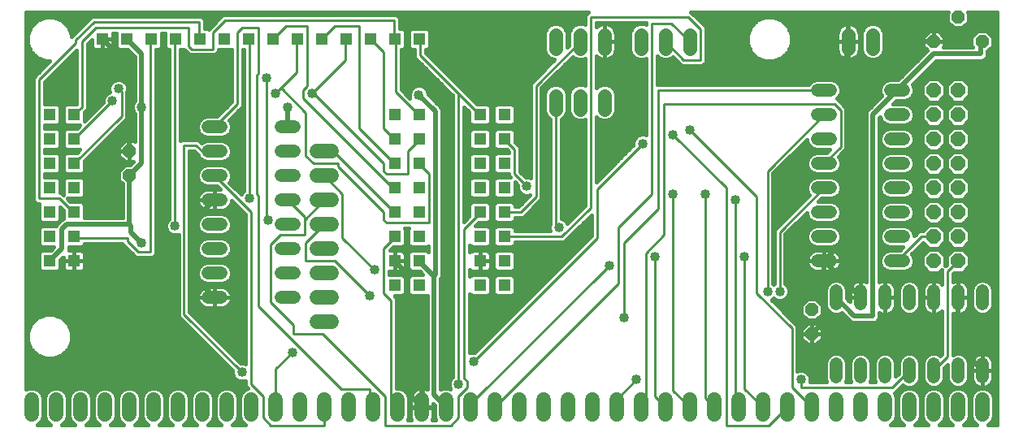
<source format=gbl>
G75*
%MOIN*%
%OFA0B0*%
%FSLAX24Y24*%
%IPPOS*%
%LPD*%
%AMOC8*
5,1,8,0,0,1.08239X$1,22.5*
%
%ADD10C,0.0600*%
%ADD11OC8,0.0600*%
%ADD12OC8,0.0520*%
%ADD13C,0.0520*%
%ADD14R,0.0515X0.0515*%
%ADD15C,0.0560*%
%ADD16C,0.0200*%
%ADD17C,0.0400*%
%ADD18C,0.0160*%
%ADD19C,0.0100*%
D10*
X000680Y000880D02*
X000680Y001480D01*
X001680Y001480D02*
X001680Y000880D01*
X002680Y000880D02*
X002680Y001480D01*
X003680Y001480D02*
X003680Y000880D01*
X004680Y000880D02*
X004680Y001480D01*
X005680Y001480D02*
X005680Y000880D01*
X006680Y000880D02*
X006680Y001480D01*
X007680Y001480D02*
X007680Y000880D01*
X008680Y000880D02*
X008680Y001480D01*
X009680Y001480D02*
X009680Y000880D01*
X010680Y000880D02*
X010680Y001480D01*
X011680Y001480D02*
X011680Y000880D01*
X012680Y000880D02*
X012680Y001480D01*
X013680Y001480D02*
X013680Y000880D01*
X014680Y000880D02*
X014680Y001480D01*
X015680Y001480D02*
X015680Y000880D01*
X016680Y000880D02*
X016680Y001480D01*
X017680Y001480D02*
X017680Y000880D01*
X018680Y000880D02*
X018680Y001480D01*
X019680Y001480D02*
X019680Y000880D01*
X020680Y000880D02*
X020680Y001480D01*
X021680Y001480D02*
X021680Y000880D01*
X022680Y000880D02*
X022680Y001480D01*
X023680Y001480D02*
X023680Y000880D01*
X024680Y000880D02*
X024680Y001480D01*
X025680Y001480D02*
X025680Y000880D01*
X026680Y000880D02*
X026680Y001480D01*
X027680Y001480D02*
X027680Y000880D01*
X028680Y000880D02*
X028680Y001480D01*
X029680Y001480D02*
X029680Y000880D01*
X030680Y000880D02*
X030680Y001480D01*
X031680Y001480D02*
X031680Y000880D01*
X032680Y000880D02*
X032680Y001480D01*
X033680Y001480D02*
X033680Y000880D01*
X034680Y000880D02*
X034680Y001480D01*
X035680Y001480D02*
X035680Y000880D01*
X036680Y000880D02*
X036680Y001480D01*
X037680Y001480D02*
X037680Y000880D01*
X038680Y000880D02*
X038680Y001480D01*
X039680Y001480D02*
X039680Y000880D01*
X012980Y004680D02*
X012380Y004680D01*
X012380Y005680D02*
X012980Y005680D01*
X012980Y006680D02*
X012380Y006680D01*
X012380Y007680D02*
X012980Y007680D01*
X012980Y008680D02*
X012380Y008680D01*
X012380Y009680D02*
X012980Y009680D01*
X012980Y010680D02*
X012380Y010680D01*
X012380Y011680D02*
X012980Y011680D01*
D11*
X037680Y011180D03*
X038680Y011180D03*
X038680Y010180D03*
X037680Y010180D03*
X037680Y009180D03*
X038680Y009180D03*
X038680Y008180D03*
X037680Y008180D03*
X037680Y007180D03*
X038680Y007180D03*
X038680Y012180D03*
X037680Y012180D03*
X037680Y013180D03*
X038680Y013180D03*
X038680Y014180D03*
X037680Y014180D03*
D12*
X037690Y016180D03*
X039670Y016180D03*
X038680Y017180D03*
X032680Y005180D03*
X032680Y004180D03*
X004680Y010680D03*
X004680Y011680D03*
D13*
X007920Y011680D02*
X008440Y011680D01*
X008440Y012680D02*
X007920Y012680D01*
X010920Y012680D02*
X011440Y012680D01*
X011440Y011680D02*
X010920Y011680D01*
X010920Y010680D02*
X011440Y010680D01*
X011440Y009680D02*
X010920Y009680D01*
X010920Y008680D02*
X011440Y008680D01*
X011440Y007680D02*
X010920Y007680D01*
X010920Y006680D02*
X011440Y006680D01*
X011440Y005680D02*
X010920Y005680D01*
X008440Y005680D02*
X007920Y005680D01*
X007920Y006680D02*
X008440Y006680D01*
X008440Y007680D02*
X007920Y007680D01*
X007920Y008680D02*
X008440Y008680D01*
X008440Y009680D02*
X007920Y009680D01*
X007920Y010680D02*
X008440Y010680D01*
X032920Y010180D02*
X033440Y010180D01*
X033440Y009180D02*
X032920Y009180D01*
X032920Y008180D02*
X033440Y008180D01*
X033440Y007180D02*
X032920Y007180D01*
X033680Y005940D02*
X033680Y005420D01*
X034680Y005420D02*
X034680Y005940D01*
X035680Y005940D02*
X035680Y005420D01*
X036680Y005420D02*
X036680Y005940D01*
X037680Y005940D02*
X037680Y005420D01*
X038680Y005420D02*
X038680Y005940D01*
X039680Y005940D02*
X039680Y005420D01*
X036440Y007180D02*
X035920Y007180D01*
X035920Y008180D02*
X036440Y008180D01*
X036440Y009180D02*
X035920Y009180D01*
X035920Y010180D02*
X036440Y010180D01*
X036440Y011180D02*
X035920Y011180D01*
X035920Y012180D02*
X036440Y012180D01*
X036440Y013180D02*
X035920Y013180D01*
X035920Y014180D02*
X036440Y014180D01*
X033440Y014180D02*
X032920Y014180D01*
X032920Y013180D02*
X033440Y013180D01*
X033440Y012180D02*
X032920Y012180D01*
X032920Y011180D02*
X033440Y011180D01*
X033680Y002940D02*
X033680Y002420D01*
X034680Y002420D02*
X034680Y002940D01*
X035680Y002940D02*
X035680Y002420D01*
X036680Y002420D02*
X036680Y002940D01*
X037680Y002940D02*
X037680Y002420D01*
X038680Y002420D02*
X038680Y002940D01*
X039680Y002940D02*
X039680Y002420D01*
D14*
X020065Y006174D03*
X019065Y006174D03*
X019065Y007174D03*
X020065Y007174D03*
X020065Y008174D03*
X019065Y008174D03*
X019065Y009174D03*
X020065Y009174D03*
X020065Y010174D03*
X019065Y010174D03*
X019065Y011174D03*
X020065Y011174D03*
X020065Y012174D03*
X019065Y012174D03*
X019065Y013174D03*
X020065Y013174D03*
X016565Y013174D03*
X015565Y013174D03*
X015565Y012174D03*
X016565Y012174D03*
X016565Y011174D03*
X015565Y011174D03*
X015565Y010174D03*
X016565Y010174D03*
X016565Y009174D03*
X015565Y009174D03*
X015565Y008174D03*
X016565Y008174D03*
X016565Y007174D03*
X015565Y007174D03*
X015565Y006174D03*
X016565Y006174D03*
X002415Y007174D03*
X001415Y007174D03*
X001415Y008174D03*
X002415Y008174D03*
X002415Y009174D03*
X001415Y009174D03*
X001415Y010174D03*
X002415Y010174D03*
X002415Y011174D03*
X001415Y011174D03*
X001415Y012174D03*
X002415Y012174D03*
X002415Y013174D03*
X001415Y013174D03*
X003581Y016280D03*
X004581Y016280D03*
X005581Y016280D03*
X006581Y016280D03*
X007581Y016280D03*
X008581Y016280D03*
X009581Y016280D03*
X010581Y016280D03*
X011581Y016280D03*
X012581Y016280D03*
X013581Y016280D03*
X014581Y016280D03*
X015581Y016280D03*
X016581Y016280D03*
D15*
X022180Y016460D02*
X022180Y015900D01*
X023180Y015900D02*
X023180Y016460D01*
X024180Y016460D02*
X024180Y015900D01*
X025680Y015900D02*
X025680Y016460D01*
X026680Y016460D02*
X026680Y015900D01*
X027680Y015900D02*
X027680Y016460D01*
X024180Y013960D02*
X024180Y013400D01*
X023180Y013400D02*
X023180Y013960D01*
X022180Y013960D02*
X022180Y013400D01*
X034180Y015900D02*
X034180Y016460D01*
X035180Y016460D02*
X035180Y015900D01*
D16*
X035680Y016180D02*
X035680Y016680D01*
X035368Y016993D01*
X034180Y016993D01*
X034180Y016180D01*
X034118Y016118D01*
X034118Y008118D01*
X033180Y007180D01*
X034680Y005680D01*
X034430Y004930D02*
X033680Y005680D01*
X034430Y004930D02*
X035180Y004930D01*
X035180Y013180D01*
X036180Y014180D01*
X037680Y015680D01*
X039618Y015680D01*
X039618Y016180D01*
X039670Y016180D01*
X037690Y016180D02*
X035680Y016180D01*
X017243Y013305D02*
X017243Y006618D01*
X017180Y006555D01*
X016618Y007118D01*
X016565Y007174D01*
X016055Y006680D02*
X015618Y007118D01*
X015565Y007174D01*
X016055Y006680D02*
X016055Y005868D01*
X016180Y005743D01*
X016180Y001680D01*
X016680Y001180D01*
X017180Y001680D02*
X017180Y006555D01*
X008180Y005680D02*
X007368Y006493D01*
X007430Y006555D01*
X007430Y008930D01*
X007493Y008993D01*
X007430Y009055D01*
X007430Y011430D01*
X007305Y011555D01*
X005180Y011180D02*
X004680Y010680D01*
X004680Y008680D01*
X004743Y008618D01*
X004743Y008368D01*
X005180Y007930D01*
X004680Y008680D02*
X002118Y008680D01*
X001930Y008493D01*
X001930Y007680D01*
X001430Y007180D01*
X001415Y007174D01*
X007493Y008993D02*
X008180Y009680D01*
X005180Y011180D02*
X005180Y013493D01*
X005180Y015680D01*
X004618Y016243D01*
X004581Y016280D01*
X003618Y016243D02*
X003581Y016280D01*
X003618Y016243D02*
X004680Y015180D01*
X004680Y011680D01*
X011180Y012680D02*
X011180Y013493D01*
X016555Y013993D02*
X017243Y013305D01*
X033180Y007180D02*
X033180Y004680D01*
X032680Y004180D01*
X038680Y003680D02*
X038680Y005680D01*
X038680Y003680D02*
X039680Y002680D01*
X017680Y001180D02*
X017180Y001680D01*
D17*
X018180Y002118D03*
X018805Y003055D03*
X014555Y005743D03*
X014743Y006805D03*
X010368Y008868D03*
X009618Y009743D03*
X006555Y008618D03*
X005180Y007930D03*
X007368Y006493D03*
X011368Y003430D03*
X009305Y002618D03*
X022305Y008555D03*
X024368Y006993D03*
X026243Y007368D03*
X029930Y007368D03*
X030868Y005930D03*
X031368Y005930D03*
X024993Y004868D03*
X025493Y002305D03*
X032243Y002305D03*
X029555Y009680D03*
X028305Y009930D03*
X026993Y009930D03*
X025743Y011993D03*
X026993Y012368D03*
X027680Y012555D03*
X020993Y010243D03*
X016555Y013993D03*
X012180Y014055D03*
X011180Y013493D03*
X010680Y014055D03*
X010305Y014680D03*
X005180Y013493D03*
X003993Y013743D03*
X004243Y014243D03*
X007305Y011555D03*
D18*
X000952Y000473D02*
X000920Y000460D01*
X001440Y000460D01*
X001408Y000473D01*
X001273Y000608D01*
X001200Y000785D01*
X001200Y001575D01*
X001273Y001752D01*
X001408Y001887D01*
X001585Y001960D01*
X001775Y001960D01*
X001952Y001887D01*
X002087Y001752D01*
X002160Y001575D01*
X002160Y000785D01*
X002087Y000608D01*
X001952Y000473D01*
X001920Y000460D01*
X002440Y000460D01*
X002408Y000473D01*
X002273Y000608D01*
X002200Y000785D01*
X002200Y001575D01*
X002273Y001752D01*
X002408Y001887D01*
X002585Y001960D01*
X002775Y001960D01*
X002952Y001887D01*
X003087Y001752D01*
X003160Y001575D01*
X003160Y000785D01*
X003087Y000608D01*
X002952Y000473D01*
X002920Y000460D01*
X003440Y000460D01*
X003408Y000473D01*
X003273Y000608D01*
X003200Y000785D01*
X003200Y001575D01*
X003273Y001752D01*
X003408Y001887D01*
X003585Y001960D01*
X003775Y001960D01*
X003952Y001887D01*
X004087Y001752D01*
X004160Y001575D01*
X004160Y000785D01*
X004087Y000608D01*
X003952Y000473D01*
X003920Y000460D01*
X004440Y000460D01*
X004408Y000473D01*
X004273Y000608D01*
X004200Y000785D01*
X004200Y001575D01*
X004273Y001752D01*
X004408Y001887D01*
X004585Y001960D01*
X004775Y001960D01*
X004952Y001887D01*
X005087Y001752D01*
X005160Y001575D01*
X005160Y000785D01*
X005087Y000608D01*
X004952Y000473D01*
X004920Y000460D01*
X005440Y000460D01*
X005408Y000473D01*
X005273Y000608D01*
X005200Y000785D01*
X005200Y001575D01*
X005273Y001752D01*
X005408Y001887D01*
X005585Y001960D01*
X005775Y001960D01*
X005952Y001887D01*
X006087Y001752D01*
X006160Y001575D01*
X006160Y000785D01*
X006087Y000608D01*
X005952Y000473D01*
X005920Y000460D01*
X006440Y000460D01*
X006408Y000473D01*
X006273Y000608D01*
X006200Y000785D01*
X006200Y001575D01*
X006273Y001752D01*
X006408Y001887D01*
X006585Y001960D01*
X006775Y001960D01*
X006952Y001887D01*
X007087Y001752D01*
X007160Y001575D01*
X007160Y000785D01*
X007087Y000608D01*
X006952Y000473D01*
X006920Y000460D01*
X007440Y000460D01*
X007408Y000473D01*
X007273Y000608D01*
X007200Y000785D01*
X007200Y001575D01*
X007273Y001752D01*
X007408Y001887D01*
X007585Y001960D01*
X007775Y001960D01*
X007952Y001887D01*
X008087Y001752D01*
X008160Y001575D01*
X008160Y000785D01*
X008087Y000608D01*
X007952Y000473D01*
X007920Y000460D01*
X008440Y000460D01*
X008408Y000473D01*
X008273Y000608D01*
X008200Y000785D01*
X008200Y001575D01*
X008273Y001752D01*
X008408Y001887D01*
X008585Y001960D01*
X008775Y001960D01*
X008952Y001887D01*
X009087Y001752D01*
X009160Y001575D01*
X009160Y000785D01*
X009087Y000608D01*
X008952Y000473D01*
X008920Y000460D01*
X009440Y000460D01*
X009408Y000473D01*
X009273Y000608D01*
X009200Y000785D01*
X009200Y001575D01*
X009273Y001752D01*
X009408Y001887D01*
X009533Y001939D01*
X009450Y002022D01*
X009450Y002266D01*
X009381Y002238D01*
X009229Y002238D01*
X009090Y002295D01*
X008983Y002402D01*
X008925Y002542D01*
X008925Y002672D01*
X006700Y004897D01*
X006700Y008266D01*
X006631Y008238D01*
X006479Y008238D01*
X006340Y008295D01*
X006233Y008402D01*
X006175Y008542D01*
X006175Y008693D01*
X006233Y008833D01*
X006325Y008925D01*
X006325Y015843D01*
X006249Y015843D01*
X006144Y015948D01*
X006144Y016513D01*
X006018Y016513D01*
X006018Y015948D01*
X005913Y015843D01*
X005785Y015843D01*
X005785Y007460D01*
X005650Y007325D01*
X004960Y007325D01*
X004825Y007460D01*
X004397Y007888D01*
X002852Y007888D01*
X002852Y007842D01*
X002747Y007737D01*
X002210Y007737D01*
X002210Y007624D01*
X002205Y007611D01*
X002415Y007611D01*
X002415Y007174D01*
X002415Y007174D01*
X002415Y007611D01*
X002696Y007611D01*
X002742Y007599D01*
X002783Y007576D01*
X002817Y007542D01*
X002840Y007501D01*
X002852Y007455D01*
X002852Y007174D01*
X002415Y007174D01*
X002852Y007174D01*
X002852Y006893D01*
X002840Y006847D01*
X002817Y006806D01*
X002783Y006772D01*
X002742Y006749D01*
X002696Y006737D01*
X002415Y006737D01*
X002415Y007174D01*
X002415Y007174D01*
X002415Y007174D01*
X002415Y007174D01*
X001978Y007174D01*
X001978Y006893D01*
X001990Y006847D01*
X002013Y006806D01*
X002047Y006772D01*
X002088Y006749D01*
X002134Y006737D01*
X002415Y006737D01*
X002415Y007174D01*
X001978Y007174D01*
X001978Y007332D01*
X001852Y007206D01*
X001852Y006842D01*
X001747Y006737D01*
X001083Y006737D01*
X000978Y006842D01*
X000978Y007506D01*
X001083Y007611D01*
X001465Y007611D01*
X001591Y007737D01*
X001083Y007737D01*
X000978Y007842D01*
X000978Y008506D01*
X001083Y008611D01*
X001676Y008611D01*
X001693Y008651D01*
X001880Y008839D01*
X001959Y008917D01*
X001978Y008925D01*
X001978Y009245D01*
X001852Y009370D01*
X001852Y008842D01*
X001747Y008737D01*
X001083Y008737D01*
X000978Y008842D01*
X000978Y009506D01*
X000984Y009513D01*
X000897Y009513D01*
X000763Y009647D01*
X000763Y014713D01*
X001425Y015375D01*
X001237Y015375D01*
X000904Y015513D01*
X000650Y015767D01*
X000512Y016100D01*
X000512Y016460D01*
X000650Y016793D01*
X000904Y017047D01*
X001237Y017185D01*
X001597Y017185D01*
X001930Y017047D01*
X002184Y016793D01*
X002322Y016460D01*
X002322Y016397D01*
X003013Y017088D01*
X003147Y017222D01*
X007650Y017222D01*
X007785Y017088D01*
X007785Y016717D01*
X007913Y016717D01*
X007934Y016697D01*
X008522Y017285D01*
X015650Y017285D01*
X015785Y017150D01*
X015785Y016717D01*
X015913Y016717D01*
X016018Y016612D01*
X016018Y015948D01*
X015913Y015843D01*
X015847Y015843D01*
X015847Y014213D01*
X016197Y013863D01*
X016175Y013917D01*
X016175Y014068D01*
X016233Y014208D01*
X016340Y014315D01*
X016479Y014372D01*
X016631Y014372D01*
X016770Y014315D01*
X016877Y014208D01*
X016935Y014068D01*
X016935Y014008D01*
X017401Y013542D01*
X017480Y013464D01*
X017522Y013361D01*
X017522Y006562D01*
X017480Y006459D01*
X017460Y006439D01*
X017460Y001908D01*
X017585Y001960D01*
X017775Y001960D01*
X017846Y001931D01*
X017800Y002042D01*
X017800Y002193D01*
X017858Y002333D01*
X017950Y002425D01*
X017950Y013960D01*
X016522Y015388D01*
X016388Y015522D01*
X016388Y015843D01*
X016249Y015843D01*
X016144Y015948D01*
X016144Y016612D01*
X016249Y016717D01*
X016913Y016717D01*
X017018Y016612D01*
X017018Y015948D01*
X016913Y015843D01*
X016847Y015843D01*
X016847Y015713D01*
X021760Y015713D01*
X021790Y015639D02*
X021919Y015510D01*
X022088Y015440D01*
X022115Y015440D01*
X021272Y014597D01*
X021138Y014463D01*
X021138Y010594D01*
X021068Y010622D01*
X020938Y010622D01*
X020722Y010838D01*
X020722Y011838D01*
X020502Y012058D01*
X020502Y012506D01*
X020397Y012611D01*
X019733Y012611D01*
X019628Y012506D01*
X019628Y011842D01*
X019733Y011737D01*
X020173Y011737D01*
X020263Y011647D01*
X020263Y011611D01*
X019733Y011611D01*
X019628Y011506D01*
X019628Y010842D01*
X019733Y010737D01*
X020263Y010737D01*
X020263Y010647D01*
X020298Y010611D01*
X019733Y010611D01*
X019628Y010506D01*
X019628Y009842D01*
X019733Y009737D01*
X020397Y009737D01*
X020502Y009842D01*
X020502Y010407D01*
X020613Y010297D01*
X020613Y010167D01*
X020670Y010027D01*
X020777Y009920D01*
X020917Y009863D01*
X021068Y009863D01*
X021122Y009885D01*
X020647Y009410D01*
X020502Y009410D01*
X020502Y009506D01*
X020397Y009611D01*
X019733Y009611D01*
X019628Y009506D01*
X019628Y008842D01*
X019733Y008737D01*
X020397Y008737D01*
X020502Y008842D01*
X020502Y008950D01*
X020838Y008950D01*
X020972Y009085D01*
X021597Y009710D01*
X021597Y014272D01*
X022877Y015552D01*
X022919Y015510D01*
X023088Y015440D01*
X023271Y015440D01*
X023388Y015488D01*
X023388Y014372D01*
X023271Y014420D01*
X023088Y014420D01*
X022919Y014350D01*
X022790Y014221D01*
X022720Y014051D01*
X022720Y013308D01*
X022790Y013139D01*
X022919Y013010D01*
X023088Y012940D01*
X023271Y012940D01*
X023388Y012988D01*
X023388Y009463D01*
X022647Y008722D01*
X022627Y008770D01*
X022520Y008877D01*
X022410Y008923D01*
X022410Y012997D01*
X022441Y013010D01*
X022570Y013139D01*
X022640Y013308D01*
X022640Y014051D01*
X022570Y014221D01*
X022441Y014350D01*
X022271Y014420D01*
X022088Y014420D01*
X021919Y014350D01*
X021790Y014221D01*
X021720Y014051D01*
X021720Y013308D01*
X021790Y013139D01*
X021919Y013010D01*
X021950Y012997D01*
X021950Y008691D01*
X021925Y008631D01*
X021925Y008479D01*
X021954Y008410D01*
X020502Y008410D01*
X020502Y008506D01*
X020397Y008611D01*
X019733Y008611D01*
X019628Y008506D01*
X019628Y007842D01*
X019733Y007737D01*
X020397Y007737D01*
X020502Y007842D01*
X020502Y007950D01*
X022525Y007950D01*
X022660Y008085D01*
X023638Y009062D01*
X023638Y008213D01*
X018860Y003435D01*
X018729Y003435D01*
X018660Y003406D01*
X018660Y005809D01*
X018733Y005737D01*
X019397Y005737D01*
X019502Y005842D01*
X019502Y006506D01*
X019397Y006611D01*
X018733Y006611D01*
X018660Y006539D01*
X018660Y006812D01*
X018663Y006806D01*
X018697Y006772D01*
X018738Y006749D01*
X018784Y006737D01*
X019065Y006737D01*
X019346Y006737D01*
X019392Y006749D01*
X019433Y006772D01*
X019467Y006806D01*
X019490Y006847D01*
X019502Y006893D01*
X019502Y007174D01*
X019502Y007455D01*
X019490Y007501D01*
X019467Y007542D01*
X019433Y007576D01*
X019392Y007599D01*
X019346Y007611D01*
X019065Y007611D01*
X018784Y007611D01*
X018738Y007599D01*
X018697Y007576D01*
X018663Y007542D01*
X018660Y007536D01*
X018660Y007809D01*
X018733Y007737D01*
X019397Y007737D01*
X019502Y007842D01*
X019502Y008506D01*
X019397Y008611D01*
X018874Y008611D01*
X018999Y008737D01*
X019397Y008737D01*
X019502Y008842D01*
X019502Y009506D01*
X019397Y009611D01*
X018733Y009611D01*
X018628Y009506D01*
X018628Y009015D01*
X018410Y008798D01*
X018410Y013500D01*
X018628Y013282D01*
X018628Y012842D01*
X018733Y012737D01*
X019397Y012737D01*
X019502Y012842D01*
X019502Y013506D01*
X019397Y013611D01*
X018949Y013611D01*
X018441Y014119D01*
X018307Y014254D01*
X016847Y015713D01*
X016942Y015872D02*
X021720Y015872D01*
X021720Y015808D02*
X021790Y015639D01*
X021875Y015555D02*
X017006Y015555D01*
X017164Y015396D02*
X022071Y015396D01*
X021912Y015238D02*
X017323Y015238D01*
X017481Y015079D02*
X021754Y015079D01*
X021595Y014921D02*
X017640Y014921D01*
X017798Y014762D02*
X021437Y014762D01*
X021278Y014604D02*
X017957Y014604D01*
X018115Y014445D02*
X021138Y014445D01*
X021138Y014287D02*
X018274Y014287D01*
X018432Y014128D02*
X021138Y014128D01*
X021138Y013970D02*
X018591Y013970D01*
X018749Y013811D02*
X021138Y013811D01*
X021138Y013653D02*
X018908Y013653D01*
X018416Y013494D02*
X018410Y013494D01*
X018410Y013336D02*
X018574Y013336D01*
X018628Y013177D02*
X018410Y013177D01*
X018410Y013019D02*
X018628Y013019D01*
X018628Y012860D02*
X018410Y012860D01*
X018410Y012702D02*
X021138Y012702D01*
X021138Y012860D02*
X020502Y012860D01*
X020502Y012842D02*
X020397Y012737D01*
X019733Y012737D01*
X019628Y012842D01*
X019628Y013506D01*
X019733Y013611D01*
X020397Y013611D01*
X020502Y013506D01*
X020502Y012842D01*
X020502Y013019D02*
X021138Y013019D01*
X021138Y013177D02*
X020502Y013177D01*
X020502Y013336D02*
X021138Y013336D01*
X021138Y013494D02*
X020502Y013494D01*
X019628Y013494D02*
X019502Y013494D01*
X019502Y013336D02*
X019628Y013336D01*
X019628Y013177D02*
X019502Y013177D01*
X019502Y013019D02*
X019628Y013019D01*
X019628Y012860D02*
X019502Y012860D01*
X019397Y012611D02*
X018733Y012611D01*
X018628Y012506D01*
X018628Y011842D01*
X018733Y011737D01*
X019397Y011737D01*
X019502Y011842D01*
X019502Y012506D01*
X019397Y012611D01*
X019465Y012543D02*
X019665Y012543D01*
X019628Y012385D02*
X019502Y012385D01*
X019502Y012226D02*
X019628Y012226D01*
X019628Y012068D02*
X019502Y012068D01*
X019502Y011909D02*
X019628Y011909D01*
X019719Y011751D02*
X019411Y011751D01*
X019397Y011611D02*
X018733Y011611D01*
X018628Y011506D01*
X018628Y010842D01*
X018733Y010737D01*
X019397Y010737D01*
X019502Y010842D01*
X019502Y011506D01*
X019397Y011611D01*
X019416Y011592D02*
X019713Y011592D01*
X019628Y011434D02*
X019502Y011434D01*
X019502Y011275D02*
X019628Y011275D01*
X019628Y011117D02*
X019502Y011117D01*
X019502Y010958D02*
X019628Y010958D01*
X019670Y010800D02*
X019460Y010800D01*
X019397Y010611D02*
X018733Y010611D01*
X018628Y010506D01*
X018628Y009842D01*
X018733Y009737D01*
X019397Y009737D01*
X019502Y009842D01*
X019502Y010506D01*
X019397Y010611D01*
X019502Y010483D02*
X019628Y010483D01*
X019628Y010324D02*
X019502Y010324D01*
X019502Y010166D02*
X019628Y010166D01*
X019628Y010007D02*
X019502Y010007D01*
X019502Y009849D02*
X019628Y009849D01*
X019653Y009532D02*
X019477Y009532D01*
X019502Y009373D02*
X019628Y009373D01*
X019628Y009215D02*
X019502Y009215D01*
X019502Y009056D02*
X019628Y009056D01*
X019628Y008898D02*
X019502Y008898D01*
X019400Y008739D02*
X019730Y008739D01*
X019702Y008581D02*
X019428Y008581D01*
X019502Y008422D02*
X019628Y008422D01*
X019628Y008264D02*
X019502Y008264D01*
X019502Y008105D02*
X019628Y008105D01*
X019628Y007947D02*
X019502Y007947D01*
X019449Y007788D02*
X019681Y007788D01*
X019733Y007611D02*
X019628Y007506D01*
X019628Y006842D01*
X019733Y006737D01*
X020397Y006737D01*
X020502Y006842D01*
X020502Y007506D01*
X020397Y007611D01*
X019733Y007611D01*
X019628Y007471D02*
X019498Y007471D01*
X019502Y007313D02*
X019628Y007313D01*
X019628Y007154D02*
X019502Y007154D01*
X019502Y007174D02*
X019065Y007174D01*
X019065Y007174D01*
X019065Y007611D01*
X019065Y007174D01*
X019502Y007174D01*
X019502Y006996D02*
X019628Y006996D01*
X019632Y006837D02*
X019484Y006837D01*
X019733Y006611D02*
X019628Y006506D01*
X019628Y005842D01*
X019733Y005737D01*
X020397Y005737D01*
X020502Y005842D01*
X020502Y006506D01*
X020397Y006611D01*
X019733Y006611D01*
X019641Y006520D02*
X019489Y006520D01*
X019502Y006362D02*
X019628Y006362D01*
X019628Y006203D02*
X019502Y006203D01*
X019502Y006045D02*
X019628Y006045D01*
X019628Y005886D02*
X019502Y005886D01*
X018660Y005728D02*
X021152Y005728D01*
X021311Y005886D02*
X020502Y005886D01*
X020502Y006045D02*
X021469Y006045D01*
X021628Y006203D02*
X020502Y006203D01*
X020502Y006362D02*
X021786Y006362D01*
X021945Y006520D02*
X020489Y006520D01*
X020498Y006837D02*
X022262Y006837D01*
X022420Y006996D02*
X020502Y006996D01*
X020502Y007154D02*
X022579Y007154D01*
X022737Y007313D02*
X020502Y007313D01*
X020502Y007471D02*
X022896Y007471D01*
X023054Y007630D02*
X018660Y007630D01*
X018660Y007788D02*
X018681Y007788D01*
X019065Y007471D02*
X019065Y007471D01*
X019065Y007313D02*
X019065Y007313D01*
X019065Y007174D02*
X019065Y007174D01*
X019065Y006737D01*
X019065Y007174D01*
X019065Y007174D01*
X019065Y007154D02*
X019065Y007154D01*
X019065Y006996D02*
X019065Y006996D01*
X019065Y006837D02*
X019065Y006837D01*
X018660Y006679D02*
X022103Y006679D01*
X023213Y007788D02*
X020449Y007788D01*
X020502Y007947D02*
X023371Y007947D01*
X023530Y008105D02*
X022680Y008105D01*
X022839Y008264D02*
X023638Y008264D01*
X023638Y008422D02*
X022997Y008422D01*
X023156Y008581D02*
X023638Y008581D01*
X023638Y008739D02*
X023314Y008739D01*
X023473Y008898D02*
X023638Y008898D01*
X023631Y009056D02*
X023638Y009056D01*
X023139Y009215D02*
X022410Y009215D01*
X022410Y009373D02*
X023298Y009373D01*
X023388Y009532D02*
X022410Y009532D01*
X022410Y009690D02*
X023388Y009690D01*
X023388Y009849D02*
X022410Y009849D01*
X022410Y010007D02*
X023388Y010007D01*
X023388Y010166D02*
X022410Y010166D01*
X022410Y010324D02*
X023388Y010324D01*
X023388Y010483D02*
X022410Y010483D01*
X022410Y010641D02*
X023388Y010641D01*
X023388Y010800D02*
X022410Y010800D01*
X022410Y010958D02*
X023388Y010958D01*
X023388Y011117D02*
X022410Y011117D01*
X022410Y011275D02*
X023388Y011275D01*
X023388Y011434D02*
X022410Y011434D01*
X022410Y011592D02*
X023388Y011592D01*
X023388Y011751D02*
X022410Y011751D01*
X022410Y011909D02*
X023388Y011909D01*
X023388Y012068D02*
X022410Y012068D01*
X022410Y012226D02*
X023388Y012226D01*
X023388Y012385D02*
X022410Y012385D01*
X022410Y012543D02*
X023388Y012543D01*
X023388Y012702D02*
X022410Y012702D01*
X022410Y012860D02*
X023388Y012860D01*
X023847Y012860D02*
X025888Y012860D01*
X025888Y012702D02*
X023847Y012702D01*
X023847Y012543D02*
X025888Y012543D01*
X025888Y012385D02*
X023847Y012385D01*
X023847Y012226D02*
X025439Y012226D01*
X025420Y012208D02*
X025363Y012068D01*
X025363Y011938D01*
X023847Y010423D01*
X023847Y013082D01*
X023919Y013010D01*
X024088Y012940D01*
X024271Y012940D01*
X024441Y013010D01*
X024570Y013139D01*
X024640Y013308D01*
X024640Y014051D01*
X024570Y014221D01*
X024441Y014350D01*
X024271Y014420D01*
X024088Y014420D01*
X023919Y014350D01*
X023847Y014278D01*
X023847Y015582D01*
X023880Y015549D01*
X023939Y015507D01*
X024003Y015474D01*
X024072Y015451D01*
X024144Y015440D01*
X024170Y015440D01*
X024170Y016170D01*
X024190Y016170D01*
X024190Y016190D01*
X024170Y016190D01*
X024170Y016920D01*
X024144Y016920D01*
X024072Y016909D01*
X024003Y016886D01*
X023939Y016853D01*
X023880Y016811D01*
X023847Y016778D01*
X023847Y016950D01*
X025888Y016950D01*
X025888Y016872D01*
X025771Y016920D01*
X025588Y016920D01*
X025419Y016850D01*
X025290Y016721D01*
X025220Y016551D01*
X025220Y015808D01*
X025290Y015639D01*
X025419Y015510D01*
X025588Y015440D01*
X025771Y015440D01*
X025888Y015488D01*
X025888Y012344D01*
X025818Y012372D01*
X025667Y012372D01*
X025527Y012315D01*
X025420Y012208D01*
X025363Y012068D02*
X023847Y012068D01*
X023847Y011909D02*
X025334Y011909D01*
X025175Y011751D02*
X023847Y011751D01*
X023847Y011592D02*
X025017Y011592D01*
X024858Y011434D02*
X023847Y011434D01*
X023847Y011275D02*
X024700Y011275D01*
X024541Y011117D02*
X023847Y011117D01*
X023847Y010958D02*
X024383Y010958D01*
X024224Y010800D02*
X023847Y010800D01*
X023847Y010641D02*
X024066Y010641D01*
X023907Y010483D02*
X023847Y010483D01*
X021950Y010483D02*
X021597Y010483D01*
X021597Y010641D02*
X021950Y010641D01*
X021950Y010800D02*
X021597Y010800D01*
X021597Y010958D02*
X021950Y010958D01*
X021950Y011117D02*
X021597Y011117D01*
X021597Y011275D02*
X021950Y011275D01*
X021950Y011434D02*
X021597Y011434D01*
X021597Y011592D02*
X021950Y011592D01*
X021950Y011751D02*
X021597Y011751D01*
X021597Y011909D02*
X021950Y011909D01*
X021950Y012068D02*
X021597Y012068D01*
X021597Y012226D02*
X021950Y012226D01*
X021950Y012385D02*
X021597Y012385D01*
X021597Y012543D02*
X021950Y012543D01*
X021950Y012702D02*
X021597Y012702D01*
X021597Y012860D02*
X021950Y012860D01*
X021911Y013019D02*
X021597Y013019D01*
X021597Y013177D02*
X021774Y013177D01*
X021720Y013336D02*
X021597Y013336D01*
X021597Y013494D02*
X021720Y013494D01*
X021720Y013653D02*
X021597Y013653D01*
X021597Y013811D02*
X021720Y013811D01*
X021720Y013970D02*
X021597Y013970D01*
X021597Y014128D02*
X021752Y014128D01*
X021856Y014287D02*
X021612Y014287D01*
X021770Y014445D02*
X023388Y014445D01*
X023388Y014604D02*
X021929Y014604D01*
X022087Y014762D02*
X023388Y014762D01*
X023388Y014921D02*
X022246Y014921D01*
X022404Y015079D02*
X023388Y015079D01*
X023388Y015238D02*
X022563Y015238D01*
X022721Y015396D02*
X023388Y015396D01*
X023847Y015396D02*
X025888Y015396D01*
X025888Y015238D02*
X023847Y015238D01*
X023847Y015079D02*
X025888Y015079D01*
X025888Y014921D02*
X023847Y014921D01*
X023847Y014762D02*
X025888Y014762D01*
X025888Y014604D02*
X023847Y014604D01*
X023847Y014445D02*
X025888Y014445D01*
X025888Y014287D02*
X024504Y014287D01*
X024608Y014128D02*
X025888Y014128D01*
X025888Y013970D02*
X024640Y013970D01*
X024640Y013811D02*
X025888Y013811D01*
X025888Y013653D02*
X024640Y013653D01*
X024640Y013494D02*
X025888Y013494D01*
X025888Y013336D02*
X024640Y013336D01*
X024586Y013177D02*
X025888Y013177D01*
X025888Y013019D02*
X024449Y013019D01*
X023911Y013019D02*
X023847Y013019D01*
X022911Y013019D02*
X022449Y013019D01*
X022586Y013177D02*
X022774Y013177D01*
X022720Y013336D02*
X022640Y013336D01*
X022640Y013494D02*
X022720Y013494D01*
X022720Y013653D02*
X022640Y013653D01*
X022640Y013811D02*
X022720Y013811D01*
X022720Y013970D02*
X022640Y013970D01*
X022608Y014128D02*
X022752Y014128D01*
X022856Y014287D02*
X022504Y014287D01*
X023847Y014287D02*
X023856Y014287D01*
X026347Y014410D02*
X026347Y015582D01*
X026419Y015510D01*
X026588Y015440D01*
X026771Y015440D01*
X026941Y015510D01*
X026983Y015552D01*
X027200Y015335D01*
X027335Y015200D01*
X028213Y015200D01*
X028347Y015335D01*
X028347Y016775D01*
X027847Y017275D01*
X027727Y017396D01*
X038274Y017396D01*
X038240Y017362D01*
X038240Y016998D01*
X038498Y016740D01*
X038862Y016740D01*
X039120Y016998D01*
X039120Y017362D01*
X039086Y017396D01*
X040270Y017396D01*
X040270Y000460D01*
X039920Y000460D01*
X039952Y000473D01*
X040087Y000608D01*
X040160Y000785D01*
X040160Y001575D01*
X040087Y001752D01*
X039952Y001887D01*
X039775Y001960D01*
X039585Y001960D01*
X039408Y001887D01*
X039273Y001752D01*
X039200Y001575D01*
X039200Y000785D01*
X039273Y000608D01*
X039408Y000473D01*
X039440Y000460D01*
X038920Y000460D01*
X038952Y000473D01*
X039087Y000608D01*
X039160Y000785D01*
X039160Y001575D01*
X039087Y001752D01*
X038952Y001887D01*
X038775Y001960D01*
X038585Y001960D01*
X038408Y001887D01*
X038273Y001752D01*
X038200Y001575D01*
X038200Y000785D01*
X038273Y000608D01*
X038408Y000473D01*
X038440Y000460D01*
X037920Y000460D01*
X037952Y000473D01*
X038087Y000608D01*
X038160Y000785D01*
X038160Y001575D01*
X038087Y001752D01*
X037952Y001887D01*
X037775Y001960D01*
X037585Y001960D01*
X037408Y001887D01*
X037273Y001752D01*
X037200Y001575D01*
X037200Y000785D01*
X037273Y000608D01*
X037408Y000473D01*
X037440Y000460D01*
X036920Y000460D01*
X036952Y000473D01*
X037087Y000608D01*
X037160Y000785D01*
X037160Y001575D01*
X037087Y001752D01*
X036952Y001887D01*
X036775Y001960D01*
X036585Y001960D01*
X036408Y001887D01*
X036273Y001752D01*
X036200Y001575D01*
X036200Y000785D01*
X036273Y000608D01*
X036408Y000473D01*
X036440Y000460D01*
X035920Y000460D01*
X035952Y000473D01*
X036087Y000608D01*
X036160Y000785D01*
X036160Y001575D01*
X036087Y001752D01*
X036076Y001763D01*
X036088Y001763D01*
X036222Y001897D01*
X036402Y002076D01*
X036431Y002047D01*
X036592Y001980D01*
X036768Y001980D01*
X036929Y002047D01*
X037053Y002171D01*
X037120Y002332D01*
X037120Y003028D01*
X037053Y003189D01*
X036929Y003313D01*
X036768Y003380D01*
X036592Y003380D01*
X036431Y003313D01*
X036307Y003189D01*
X036240Y003028D01*
X036240Y002565D01*
X036120Y002445D01*
X036120Y003028D01*
X036053Y003189D01*
X035929Y003313D01*
X035768Y003380D01*
X035592Y003380D01*
X035431Y003313D01*
X035307Y003189D01*
X035240Y003028D01*
X035240Y002332D01*
X035286Y002222D01*
X035074Y002222D01*
X035120Y002332D01*
X035120Y003028D01*
X035053Y003189D01*
X034929Y003313D01*
X034768Y003380D01*
X034592Y003380D01*
X034431Y003313D01*
X034307Y003189D01*
X034240Y003028D01*
X034240Y002332D01*
X034286Y002222D01*
X034074Y002222D01*
X034120Y002332D01*
X034120Y003028D01*
X034053Y003189D01*
X033929Y003313D01*
X033768Y003380D01*
X033592Y003380D01*
X033431Y003313D01*
X033307Y003189D01*
X033240Y003028D01*
X033240Y002332D01*
X033286Y002222D01*
X032620Y002222D01*
X032622Y002229D01*
X032622Y002381D01*
X032565Y002520D01*
X032458Y002627D01*
X032318Y002685D01*
X032167Y002685D01*
X032097Y002656D01*
X032097Y004525D01*
X031035Y005588D01*
X031083Y005608D01*
X031118Y005643D01*
X031152Y005608D01*
X031292Y005550D01*
X031443Y005550D01*
X031583Y005608D01*
X031690Y005715D01*
X031747Y005854D01*
X031747Y006006D01*
X031690Y006145D01*
X031597Y006237D01*
X031597Y008272D01*
X032480Y009155D01*
X032480Y009092D01*
X032547Y008931D01*
X032671Y008807D01*
X032832Y008740D01*
X033528Y008740D01*
X033689Y008807D01*
X033813Y008931D01*
X033880Y009092D01*
X033880Y009268D01*
X033813Y009429D01*
X033689Y009553D01*
X033528Y009620D01*
X032945Y009620D01*
X033065Y009740D01*
X033528Y009740D01*
X033689Y009807D01*
X033813Y009931D01*
X033880Y010092D01*
X033880Y010268D01*
X033813Y010429D01*
X033689Y010553D01*
X033528Y010620D01*
X032832Y010620D01*
X032671Y010553D01*
X032547Y010429D01*
X032480Y010268D01*
X032480Y010092D01*
X032547Y009931D01*
X032576Y009902D01*
X031272Y008597D01*
X031138Y008463D01*
X031138Y006237D01*
X031118Y006217D01*
X031097Y006237D01*
X031097Y010772D01*
X032480Y012155D01*
X032480Y012092D01*
X032547Y011931D01*
X032671Y011807D01*
X032832Y011740D01*
X033415Y011740D01*
X033295Y011620D01*
X032832Y011620D01*
X032671Y011553D01*
X032547Y011429D01*
X032480Y011268D01*
X032480Y011092D01*
X032547Y010931D01*
X032671Y010807D01*
X032832Y010740D01*
X033528Y010740D01*
X033689Y010807D01*
X033813Y010931D01*
X033880Y011092D01*
X033880Y011268D01*
X033813Y011429D01*
X033784Y011458D01*
X033963Y011638D01*
X034097Y011772D01*
X034097Y013463D01*
X033847Y013713D01*
X033721Y013839D01*
X033813Y013931D01*
X033880Y014092D01*
X033880Y014268D01*
X033813Y014429D01*
X033689Y014553D01*
X033528Y014620D01*
X032832Y014620D01*
X032671Y014553D01*
X032547Y014429D01*
X032539Y014410D01*
X026347Y014410D01*
X026347Y014445D02*
X032563Y014445D01*
X032793Y014604D02*
X026347Y014604D01*
X026347Y014762D02*
X036366Y014762D01*
X036224Y014620D02*
X035832Y014620D01*
X035671Y014553D01*
X035547Y014429D01*
X035480Y014268D01*
X035480Y014092D01*
X035543Y013939D01*
X034943Y013339D01*
X034900Y013236D01*
X034900Y006322D01*
X034849Y006348D01*
X034783Y006369D01*
X034715Y006380D01*
X034680Y006380D01*
X034680Y005680D01*
X034680Y005680D01*
X034680Y005680D01*
X034240Y005680D01*
X034240Y005975D01*
X034251Y006043D01*
X034272Y006109D01*
X034304Y006171D01*
X034344Y006227D01*
X034393Y006276D01*
X034449Y006316D01*
X034511Y006348D01*
X034577Y006369D01*
X034645Y006380D01*
X034680Y006380D01*
X034680Y005680D01*
X034240Y005680D01*
X034240Y005516D01*
X034120Y005636D01*
X034120Y006028D01*
X034053Y006189D01*
X033929Y006313D01*
X033768Y006380D01*
X033592Y006380D01*
X033431Y006313D01*
X033307Y006189D01*
X033240Y006028D01*
X033240Y005332D01*
X033307Y005171D01*
X033431Y005047D01*
X033592Y004980D01*
X033768Y004980D01*
X033921Y005043D01*
X034193Y004771D01*
X034271Y004693D01*
X034374Y004650D01*
X035236Y004650D01*
X035339Y004693D01*
X035417Y004771D01*
X035460Y004874D01*
X035460Y005038D01*
X035511Y005012D01*
X035577Y004991D01*
X035645Y004980D01*
X035680Y004980D01*
X035715Y004980D01*
X035783Y004991D01*
X035849Y005012D01*
X035911Y005044D01*
X035967Y005084D01*
X036016Y005133D01*
X036056Y005189D01*
X036088Y005251D01*
X036109Y005317D01*
X036120Y005385D01*
X036120Y005680D01*
X036120Y005975D01*
X036109Y006043D01*
X036088Y006109D01*
X036056Y006171D01*
X036016Y006227D01*
X035967Y006276D01*
X035911Y006316D01*
X035849Y006348D01*
X035783Y006369D01*
X035715Y006380D01*
X035680Y006380D01*
X035680Y005680D01*
X035680Y005680D01*
X036120Y005680D01*
X035680Y005680D01*
X035680Y005680D01*
X035680Y006380D01*
X035645Y006380D01*
X035577Y006369D01*
X035511Y006348D01*
X035460Y006322D01*
X035460Y013064D01*
X035482Y013086D01*
X035547Y012931D01*
X035671Y012807D01*
X035832Y012740D01*
X036528Y012740D01*
X036689Y012807D01*
X036813Y012931D01*
X036880Y013092D01*
X036880Y013268D01*
X036813Y013429D01*
X036689Y013553D01*
X036528Y013620D01*
X036016Y013620D01*
X036136Y013740D01*
X036528Y013740D01*
X036689Y013807D01*
X036813Y013931D01*
X036880Y014092D01*
X036880Y014268D01*
X036817Y014421D01*
X037796Y015400D01*
X039673Y015400D01*
X039776Y015443D01*
X039855Y015521D01*
X039897Y015624D01*
X039897Y015785D01*
X040110Y015998D01*
X040110Y016362D01*
X039852Y016620D01*
X039488Y016620D01*
X039230Y016362D01*
X039230Y015998D01*
X039268Y015960D01*
X038092Y015960D01*
X038130Y015998D01*
X038130Y016180D01*
X038130Y016362D01*
X037872Y016620D01*
X037690Y016620D01*
X037690Y016180D01*
X037690Y016180D01*
X038130Y016180D01*
X037690Y016180D01*
X037690Y016180D01*
X037690Y016180D01*
X037250Y016180D01*
X037250Y016362D01*
X037508Y016620D01*
X037690Y016620D01*
X037690Y016180D01*
X037250Y016180D01*
X037250Y015998D01*
X037426Y015822D01*
X036224Y014620D01*
X035793Y014604D02*
X033567Y014604D01*
X033797Y014445D02*
X035563Y014445D01*
X035488Y014287D02*
X033872Y014287D01*
X033880Y014128D02*
X035480Y014128D01*
X035531Y013970D02*
X033829Y013970D01*
X033749Y013811D02*
X035415Y013811D01*
X035257Y013653D02*
X033908Y013653D01*
X034066Y013494D02*
X035098Y013494D01*
X034941Y013336D02*
X034097Y013336D01*
X034097Y013177D02*
X034900Y013177D01*
X034900Y013019D02*
X034097Y013019D01*
X034097Y012860D02*
X034900Y012860D01*
X034900Y012702D02*
X034097Y012702D01*
X034097Y012543D02*
X034900Y012543D01*
X034900Y012385D02*
X034097Y012385D01*
X034097Y012226D02*
X034900Y012226D01*
X034900Y012068D02*
X034097Y012068D01*
X034097Y011909D02*
X034900Y011909D01*
X034900Y011751D02*
X034076Y011751D01*
X033917Y011592D02*
X034900Y011592D01*
X034900Y011434D02*
X033809Y011434D01*
X033877Y011275D02*
X034900Y011275D01*
X034900Y011117D02*
X033880Y011117D01*
X033824Y010958D02*
X034900Y010958D01*
X034900Y010800D02*
X033671Y010800D01*
X033760Y010483D02*
X034900Y010483D01*
X034900Y010641D02*
X031097Y010641D01*
X031097Y010483D02*
X032600Y010483D01*
X032503Y010324D02*
X031097Y010324D01*
X031097Y010166D02*
X032480Y010166D01*
X032515Y010007D02*
X031097Y010007D01*
X031097Y009849D02*
X032523Y009849D01*
X032365Y009690D02*
X031097Y009690D01*
X031097Y009532D02*
X032206Y009532D01*
X032048Y009373D02*
X031097Y009373D01*
X031097Y009215D02*
X031889Y009215D01*
X031731Y009056D02*
X031097Y009056D01*
X031097Y008898D02*
X031572Y008898D01*
X031414Y008739D02*
X031097Y008739D01*
X031097Y008581D02*
X031255Y008581D01*
X031272Y008597D02*
X031272Y008597D01*
X031138Y008422D02*
X031097Y008422D01*
X031097Y008264D02*
X031138Y008264D01*
X031138Y008105D02*
X031097Y008105D01*
X031097Y007947D02*
X031138Y007947D01*
X031138Y007788D02*
X031097Y007788D01*
X031097Y007630D02*
X031138Y007630D01*
X031138Y007471D02*
X031097Y007471D01*
X031097Y007313D02*
X031138Y007313D01*
X031138Y007154D02*
X031097Y007154D01*
X031097Y006996D02*
X031138Y006996D01*
X031138Y006837D02*
X031097Y006837D01*
X031097Y006679D02*
X031138Y006679D01*
X031138Y006520D02*
X031097Y006520D01*
X031097Y006362D02*
X031138Y006362D01*
X031597Y006362D02*
X033548Y006362D01*
X033812Y006362D02*
X034553Y006362D01*
X034680Y006362D02*
X034680Y006362D01*
X034807Y006362D02*
X034900Y006362D01*
X034900Y006520D02*
X031597Y006520D01*
X031597Y006679D02*
X034900Y006679D01*
X034900Y006837D02*
X033716Y006837D01*
X033727Y006844D02*
X033776Y006893D01*
X033816Y006949D01*
X033848Y007011D01*
X033869Y007077D01*
X033880Y007145D01*
X033880Y007180D01*
X033880Y007215D01*
X033869Y007283D01*
X033848Y007349D01*
X033816Y007411D01*
X033776Y007467D01*
X033727Y007516D01*
X033671Y007556D01*
X033609Y007588D01*
X033543Y007609D01*
X033475Y007620D01*
X033180Y007620D01*
X033180Y007180D01*
X033180Y007180D01*
X033880Y007180D01*
X033180Y007180D01*
X033180Y007180D01*
X033180Y006740D01*
X033475Y006740D01*
X033543Y006751D01*
X033609Y006772D01*
X033671Y006804D01*
X033727Y006844D01*
X033840Y006996D02*
X034900Y006996D01*
X034900Y007154D02*
X033880Y007154D01*
X033860Y007313D02*
X034900Y007313D01*
X034900Y007471D02*
X033771Y007471D01*
X033180Y007471D02*
X033180Y007471D01*
X033180Y007620D02*
X032885Y007620D01*
X032817Y007609D01*
X032751Y007588D01*
X032689Y007556D01*
X032633Y007516D01*
X032584Y007467D01*
X032544Y007411D01*
X032512Y007349D01*
X032491Y007283D01*
X032480Y007215D01*
X032480Y007180D01*
X033180Y007180D01*
X033180Y007180D01*
X033180Y007180D01*
X033180Y007620D01*
X032832Y007740D02*
X033528Y007740D01*
X033689Y007807D01*
X033813Y007931D01*
X033880Y008092D01*
X033880Y008268D01*
X033813Y008429D01*
X033689Y008553D01*
X033528Y008620D01*
X032832Y008620D01*
X032671Y008553D01*
X032547Y008429D01*
X032480Y008268D01*
X032480Y008092D01*
X032547Y007931D01*
X032671Y007807D01*
X032832Y007740D01*
X032717Y007788D02*
X031597Y007788D01*
X031597Y007630D02*
X034900Y007630D01*
X034900Y007788D02*
X033643Y007788D01*
X033820Y007947D02*
X034900Y007947D01*
X034900Y008105D02*
X033880Y008105D01*
X033880Y008264D02*
X034900Y008264D01*
X034900Y008422D02*
X033816Y008422D01*
X033623Y008581D02*
X034900Y008581D01*
X034900Y008739D02*
X032064Y008739D01*
X031906Y008581D02*
X032737Y008581D01*
X032544Y008422D02*
X031747Y008422D01*
X031597Y008264D02*
X032480Y008264D01*
X032480Y008105D02*
X031597Y008105D01*
X031597Y007947D02*
X032540Y007947D01*
X032589Y007471D02*
X031597Y007471D01*
X031597Y007313D02*
X032500Y007313D01*
X032480Y007180D02*
X032480Y007145D01*
X032491Y007077D01*
X032512Y007011D01*
X032544Y006949D01*
X032584Y006893D01*
X032633Y006844D01*
X032689Y006804D01*
X032751Y006772D01*
X032817Y006751D01*
X032885Y006740D01*
X033180Y006740D01*
X033180Y007180D01*
X032480Y007180D01*
X032480Y007154D02*
X031597Y007154D01*
X031597Y006996D02*
X032520Y006996D01*
X032644Y006837D02*
X031597Y006837D01*
X031632Y006203D02*
X033321Y006203D01*
X033247Y006045D02*
X031731Y006045D01*
X031747Y005886D02*
X033240Y005886D01*
X033240Y005728D02*
X031695Y005728D01*
X031489Y005569D02*
X032447Y005569D01*
X032498Y005620D02*
X032240Y005362D01*
X032240Y004998D01*
X032498Y004740D01*
X032862Y004740D01*
X033120Y004998D01*
X033120Y005362D01*
X032862Y005620D01*
X032498Y005620D01*
X032288Y005411D02*
X031212Y005411D01*
X031246Y005569D02*
X031054Y005569D01*
X031371Y005252D02*
X032240Y005252D01*
X032240Y005094D02*
X031529Y005094D01*
X031688Y004935D02*
X032303Y004935D01*
X032461Y004777D02*
X031846Y004777D01*
X032005Y004618D02*
X032496Y004618D01*
X032498Y004620D02*
X032240Y004362D01*
X032240Y004180D01*
X032680Y004180D01*
X032680Y004180D01*
X032680Y004620D01*
X032862Y004620D01*
X033120Y004362D01*
X033120Y004180D01*
X032680Y004180D01*
X032680Y004180D01*
X032680Y004180D01*
X032680Y004620D01*
X032498Y004620D01*
X032680Y004618D02*
X032680Y004618D01*
X032680Y004460D02*
X032680Y004460D01*
X032680Y004301D02*
X032680Y004301D01*
X032680Y004180D02*
X032240Y004180D01*
X032240Y003998D01*
X032498Y003740D01*
X032680Y003740D01*
X032862Y003740D01*
X033120Y003998D01*
X033120Y004180D01*
X032680Y004180D01*
X032680Y003740D01*
X032680Y004180D01*
X032680Y004180D01*
X032680Y004143D02*
X032680Y004143D01*
X032680Y003984D02*
X032680Y003984D01*
X032680Y003826D02*
X032680Y003826D01*
X032948Y003826D02*
X038013Y003826D01*
X038013Y003984D02*
X033106Y003984D01*
X033120Y004143D02*
X038013Y004143D01*
X038013Y004301D02*
X033120Y004301D01*
X033023Y004460D02*
X038013Y004460D01*
X038013Y004618D02*
X032864Y004618D01*
X032899Y004777D02*
X034188Y004777D01*
X034029Y004935D02*
X033057Y004935D01*
X033120Y005094D02*
X033384Y005094D01*
X033273Y005252D02*
X033120Y005252D01*
X033072Y005411D02*
X033240Y005411D01*
X033240Y005569D02*
X032913Y005569D01*
X034120Y005728D02*
X034240Y005728D01*
X034240Y005886D02*
X034120Y005886D01*
X034113Y006045D02*
X034251Y006045D01*
X034327Y006203D02*
X034039Y006203D01*
X034680Y006203D02*
X034680Y006203D01*
X034680Y006045D02*
X034680Y006045D01*
X034680Y005886D02*
X034680Y005886D01*
X034680Y005728D02*
X034680Y005728D01*
X034240Y005569D02*
X034187Y005569D01*
X035460Y004935D02*
X038013Y004935D01*
X037911Y005044D02*
X037967Y005084D01*
X038013Y005130D01*
X038013Y003338D01*
X037958Y003284D01*
X037929Y003313D01*
X037768Y003380D01*
X037592Y003380D01*
X037431Y003313D01*
X037307Y003189D01*
X037240Y003028D01*
X037240Y002332D01*
X037307Y002171D01*
X037431Y002047D01*
X037592Y001980D01*
X037768Y001980D01*
X037929Y002047D01*
X038053Y002171D01*
X038120Y002332D01*
X038120Y002795D01*
X038240Y002915D01*
X038240Y002332D01*
X038307Y002171D01*
X038431Y002047D01*
X038592Y001980D01*
X038768Y001980D01*
X038929Y002047D01*
X039053Y002171D01*
X039120Y002332D01*
X039120Y003028D01*
X039053Y003189D01*
X038929Y003313D01*
X038768Y003380D01*
X038592Y003380D01*
X038472Y003330D01*
X038472Y005032D01*
X038511Y005012D01*
X038577Y004991D01*
X038645Y004980D01*
X038680Y004980D01*
X038715Y004980D01*
X038783Y004991D01*
X038849Y005012D01*
X038911Y005044D01*
X038967Y005084D01*
X039016Y005133D01*
X039056Y005189D01*
X039088Y005251D01*
X039109Y005317D01*
X039120Y005385D01*
X039120Y005680D01*
X039120Y005975D01*
X039109Y006043D01*
X039088Y006109D01*
X039056Y006171D01*
X039016Y006227D01*
X038967Y006276D01*
X038911Y006316D01*
X038849Y006348D01*
X038783Y006369D01*
X038715Y006380D01*
X038680Y006380D01*
X038680Y005680D01*
X038680Y005680D01*
X039120Y005680D01*
X038680Y005680D01*
X038680Y005680D01*
X038680Y006380D01*
X038645Y006380D01*
X038577Y006369D01*
X038511Y006348D01*
X038472Y006328D01*
X038472Y006647D01*
X038525Y006700D01*
X038879Y006700D01*
X039160Y006981D01*
X039160Y007379D01*
X038879Y007660D01*
X038481Y007660D01*
X038200Y007379D01*
X038200Y007025D01*
X038160Y006985D01*
X038160Y007379D01*
X037879Y007660D01*
X037481Y007660D01*
X037200Y007379D01*
X037200Y006981D01*
X037481Y006700D01*
X037879Y006700D01*
X038013Y006834D01*
X038013Y006230D01*
X037967Y006276D01*
X037911Y006316D01*
X037849Y006348D01*
X037783Y006369D01*
X037715Y006380D01*
X037680Y006380D01*
X037680Y005680D01*
X037680Y005680D01*
X037680Y004980D01*
X037715Y004980D01*
X037783Y004991D01*
X037849Y005012D01*
X037911Y005044D01*
X037976Y005094D02*
X038013Y005094D01*
X037680Y005094D02*
X037680Y005094D01*
X037680Y004980D02*
X037680Y005680D01*
X037680Y005680D01*
X037680Y005680D01*
X037240Y005680D01*
X037240Y005975D01*
X037251Y006043D01*
X037272Y006109D01*
X037304Y006171D01*
X037344Y006227D01*
X037393Y006276D01*
X037449Y006316D01*
X037511Y006348D01*
X037577Y006369D01*
X037645Y006380D01*
X037680Y006380D01*
X037680Y005680D01*
X037240Y005680D01*
X037240Y005385D01*
X037251Y005317D01*
X037272Y005251D01*
X037304Y005189D01*
X037344Y005133D01*
X037393Y005084D01*
X037449Y005044D01*
X037511Y005012D01*
X037577Y004991D01*
X037645Y004980D01*
X037680Y004980D01*
X037384Y005094D02*
X036976Y005094D01*
X036929Y005047D02*
X037053Y005171D01*
X037120Y005332D01*
X037120Y006028D01*
X037053Y006189D01*
X036929Y006313D01*
X036768Y006380D01*
X036592Y006380D01*
X036431Y006313D01*
X036307Y006189D01*
X036240Y006028D01*
X036240Y005332D01*
X036307Y005171D01*
X036431Y005047D01*
X036592Y004980D01*
X036768Y004980D01*
X036929Y005047D01*
X037087Y005252D02*
X037272Y005252D01*
X037240Y005411D02*
X037120Y005411D01*
X037120Y005569D02*
X037240Y005569D01*
X037240Y005728D02*
X037120Y005728D01*
X037120Y005886D02*
X037240Y005886D01*
X037251Y006045D02*
X037113Y006045D01*
X037039Y006203D02*
X037327Y006203D01*
X037553Y006362D02*
X036812Y006362D01*
X036548Y006362D02*
X035807Y006362D01*
X035680Y006362D02*
X035680Y006362D01*
X035553Y006362D02*
X035460Y006362D01*
X035460Y006520D02*
X038013Y006520D01*
X038013Y006362D02*
X037807Y006362D01*
X037680Y006362D02*
X037680Y006362D01*
X037680Y006203D02*
X037680Y006203D01*
X037680Y006045D02*
X037680Y006045D01*
X037680Y005886D02*
X037680Y005886D01*
X037680Y005728D02*
X037680Y005728D01*
X037680Y005569D02*
X037680Y005569D01*
X037680Y005411D02*
X037680Y005411D01*
X037680Y005252D02*
X037680Y005252D01*
X038472Y004935D02*
X040270Y004935D01*
X040270Y004777D02*
X038472Y004777D01*
X038472Y004618D02*
X040270Y004618D01*
X040270Y004460D02*
X038472Y004460D01*
X038472Y004301D02*
X040270Y004301D01*
X040270Y004143D02*
X038472Y004143D01*
X038472Y003984D02*
X040270Y003984D01*
X040270Y003826D02*
X038472Y003826D01*
X038472Y003667D02*
X040270Y003667D01*
X040270Y003509D02*
X038472Y003509D01*
X038472Y003350D02*
X038520Y003350D01*
X038840Y003350D02*
X039518Y003350D01*
X039511Y003348D02*
X039449Y003316D01*
X039393Y003276D01*
X039344Y003227D01*
X039304Y003171D01*
X039272Y003109D01*
X039251Y003043D01*
X039240Y002975D01*
X039240Y002680D01*
X039680Y002680D01*
X040120Y002680D01*
X040120Y002975D01*
X040109Y003043D01*
X040088Y003109D01*
X040056Y003171D01*
X040016Y003227D01*
X039967Y003276D01*
X039911Y003316D01*
X039849Y003348D01*
X039783Y003369D01*
X039715Y003380D01*
X039680Y003380D01*
X039680Y002680D01*
X039680Y002680D01*
X039680Y002680D01*
X040120Y002680D01*
X040120Y002385D01*
X040109Y002317D01*
X040088Y002251D01*
X040056Y002189D01*
X040016Y002133D01*
X039967Y002084D01*
X039911Y002044D01*
X039849Y002012D01*
X039783Y001991D01*
X039715Y001980D01*
X039680Y001980D01*
X039680Y002680D01*
X039680Y002680D01*
X039680Y002680D01*
X039680Y003380D01*
X039645Y003380D01*
X039577Y003369D01*
X039511Y003348D01*
X039680Y003350D02*
X039680Y003350D01*
X039680Y003192D02*
X039680Y003192D01*
X039680Y003033D02*
X039680Y003033D01*
X039680Y002875D02*
X039680Y002875D01*
X039680Y002716D02*
X039680Y002716D01*
X039680Y002680D02*
X039240Y002680D01*
X039240Y002385D01*
X039251Y002317D01*
X039272Y002251D01*
X039304Y002189D01*
X039344Y002133D01*
X039393Y002084D01*
X039449Y002044D01*
X039511Y002012D01*
X039577Y001991D01*
X039645Y001980D01*
X039680Y001980D01*
X039680Y002680D01*
X039680Y002558D02*
X039680Y002558D01*
X039680Y002399D02*
X039680Y002399D01*
X039680Y002241D02*
X039680Y002241D01*
X039680Y002082D02*
X039680Y002082D01*
X039496Y001924D02*
X038864Y001924D01*
X038964Y002082D02*
X039397Y002082D01*
X039278Y002241D02*
X039082Y002241D01*
X039120Y002399D02*
X039240Y002399D01*
X039240Y002558D02*
X039120Y002558D01*
X039120Y002716D02*
X039240Y002716D01*
X039240Y002875D02*
X039120Y002875D01*
X039118Y003033D02*
X039249Y003033D01*
X039319Y003192D02*
X039051Y003192D01*
X039842Y003350D02*
X040270Y003350D01*
X040270Y003192D02*
X040041Y003192D01*
X040111Y003033D02*
X040270Y003033D01*
X040270Y002875D02*
X040120Y002875D01*
X040120Y002716D02*
X040270Y002716D01*
X040270Y002558D02*
X040120Y002558D01*
X040120Y002399D02*
X040270Y002399D01*
X040270Y002241D02*
X040082Y002241D01*
X039963Y002082D02*
X040270Y002082D01*
X040270Y001924D02*
X039864Y001924D01*
X040074Y001765D02*
X040270Y001765D01*
X040270Y001607D02*
X040147Y001607D01*
X040160Y001448D02*
X040270Y001448D01*
X040270Y001290D02*
X040160Y001290D01*
X040160Y001131D02*
X040270Y001131D01*
X040270Y000973D02*
X040160Y000973D01*
X040160Y000814D02*
X040270Y000814D01*
X040270Y000656D02*
X040107Y000656D01*
X039976Y000497D02*
X040270Y000497D01*
X039384Y000497D02*
X038976Y000497D01*
X039107Y000656D02*
X039253Y000656D01*
X039200Y000814D02*
X039160Y000814D01*
X039160Y000973D02*
X039200Y000973D01*
X039200Y001131D02*
X039160Y001131D01*
X039160Y001290D02*
X039200Y001290D01*
X039200Y001448D02*
X039160Y001448D01*
X039147Y001607D02*
X039213Y001607D01*
X039286Y001765D02*
X039074Y001765D01*
X038496Y001924D02*
X037864Y001924D01*
X037964Y002082D02*
X038396Y002082D01*
X038278Y002241D02*
X038082Y002241D01*
X038120Y002399D02*
X038240Y002399D01*
X038240Y002558D02*
X038120Y002558D01*
X038120Y002716D02*
X038240Y002716D01*
X038240Y002875D02*
X038200Y002875D01*
X038013Y003350D02*
X037840Y003350D01*
X038013Y003509D02*
X032097Y003509D01*
X032097Y003667D02*
X038013Y003667D01*
X037520Y003350D02*
X036840Y003350D01*
X037051Y003192D02*
X037309Y003192D01*
X037242Y003033D02*
X037118Y003033D01*
X037120Y002875D02*
X037240Y002875D01*
X037240Y002716D02*
X037120Y002716D01*
X037120Y002558D02*
X037240Y002558D01*
X037240Y002399D02*
X037120Y002399D01*
X037082Y002241D02*
X037278Y002241D01*
X037396Y002082D02*
X036964Y002082D01*
X036864Y001924D02*
X037496Y001924D01*
X037286Y001765D02*
X037074Y001765D01*
X037147Y001607D02*
X037213Y001607D01*
X037200Y001448D02*
X037160Y001448D01*
X037160Y001290D02*
X037200Y001290D01*
X037200Y001131D02*
X037160Y001131D01*
X037160Y000973D02*
X037200Y000973D01*
X037200Y000814D02*
X037160Y000814D01*
X037107Y000656D02*
X037253Y000656D01*
X037384Y000497D02*
X036976Y000497D01*
X036384Y000497D02*
X035976Y000497D01*
X036107Y000656D02*
X036253Y000656D01*
X036200Y000814D02*
X036160Y000814D01*
X036160Y000973D02*
X036200Y000973D01*
X036200Y001131D02*
X036160Y001131D01*
X036160Y001290D02*
X036200Y001290D01*
X036200Y001448D02*
X036160Y001448D01*
X036147Y001607D02*
X036213Y001607D01*
X036286Y001765D02*
X036090Y001765D01*
X036249Y001924D02*
X036496Y001924D01*
X035278Y002241D02*
X035082Y002241D01*
X035120Y002399D02*
X035240Y002399D01*
X035240Y002558D02*
X035120Y002558D01*
X035120Y002716D02*
X035240Y002716D01*
X035240Y002875D02*
X035120Y002875D01*
X035118Y003033D02*
X035242Y003033D01*
X035309Y003192D02*
X035051Y003192D01*
X034840Y003350D02*
X035520Y003350D01*
X035840Y003350D02*
X036520Y003350D01*
X036309Y003192D02*
X036051Y003192D01*
X036118Y003033D02*
X036242Y003033D01*
X036240Y002875D02*
X036120Y002875D01*
X036120Y002716D02*
X036240Y002716D01*
X036232Y002558D02*
X036120Y002558D01*
X034520Y003350D02*
X033840Y003350D01*
X034051Y003192D02*
X034309Y003192D01*
X034242Y003033D02*
X034118Y003033D01*
X034120Y002875D02*
X034240Y002875D01*
X034240Y002716D02*
X034120Y002716D01*
X034120Y002558D02*
X034240Y002558D01*
X034240Y002399D02*
X034120Y002399D01*
X034082Y002241D02*
X034278Y002241D01*
X033278Y002241D02*
X032622Y002241D01*
X032615Y002399D02*
X033240Y002399D01*
X033240Y002558D02*
X032527Y002558D01*
X032097Y002716D02*
X033240Y002716D01*
X033240Y002875D02*
X032097Y002875D01*
X032097Y003033D02*
X033242Y003033D01*
X033309Y003192D02*
X032097Y003192D01*
X032097Y003350D02*
X033520Y003350D01*
X032412Y003826D02*
X032097Y003826D01*
X032097Y003984D02*
X032254Y003984D01*
X032240Y004143D02*
X032097Y004143D01*
X032097Y004301D02*
X032240Y004301D01*
X032337Y004460D02*
X032097Y004460D01*
X035419Y004777D02*
X038013Y004777D01*
X038680Y004980D02*
X038680Y005680D01*
X038680Y004980D01*
X038680Y005094D02*
X038680Y005094D01*
X038680Y005252D02*
X038680Y005252D01*
X038680Y005411D02*
X038680Y005411D01*
X038680Y005569D02*
X038680Y005569D01*
X038680Y005680D02*
X038680Y005680D01*
X038680Y005728D02*
X038680Y005728D01*
X038680Y005886D02*
X038680Y005886D01*
X038680Y006045D02*
X038680Y006045D01*
X038680Y006203D02*
X038680Y006203D01*
X038680Y006362D02*
X038680Y006362D01*
X038807Y006362D02*
X039548Y006362D01*
X039592Y006380D02*
X039431Y006313D01*
X039307Y006189D01*
X039240Y006028D01*
X039240Y005332D01*
X039307Y005171D01*
X039431Y005047D01*
X039592Y004980D01*
X039768Y004980D01*
X039929Y005047D01*
X040053Y005171D01*
X040120Y005332D01*
X040120Y006028D01*
X040053Y006189D01*
X039929Y006313D01*
X039768Y006380D01*
X039592Y006380D01*
X039812Y006362D02*
X040270Y006362D01*
X040270Y006520D02*
X038472Y006520D01*
X038472Y006362D02*
X038553Y006362D01*
X039033Y006203D02*
X039321Y006203D01*
X039247Y006045D02*
X039109Y006045D01*
X039120Y005886D02*
X039240Y005886D01*
X039240Y005728D02*
X039120Y005728D01*
X039120Y005569D02*
X039240Y005569D01*
X039240Y005411D02*
X039120Y005411D01*
X039088Y005252D02*
X039273Y005252D01*
X039384Y005094D02*
X038976Y005094D01*
X039976Y005094D02*
X040270Y005094D01*
X040270Y005252D02*
X040087Y005252D01*
X040120Y005411D02*
X040270Y005411D01*
X040270Y005569D02*
X040120Y005569D01*
X040120Y005728D02*
X040270Y005728D01*
X040270Y005886D02*
X040120Y005886D01*
X040113Y006045D02*
X040270Y006045D01*
X040270Y006203D02*
X040039Y006203D01*
X040270Y006679D02*
X038504Y006679D01*
X038013Y006679D02*
X035460Y006679D01*
X035460Y006837D02*
X035641Y006837D01*
X035671Y006807D02*
X035832Y006740D01*
X036528Y006740D01*
X036689Y006807D01*
X036813Y006931D01*
X036880Y007092D01*
X036880Y007268D01*
X036813Y007429D01*
X036784Y007458D01*
X037253Y007928D01*
X037481Y007700D01*
X037879Y007700D01*
X038160Y007981D01*
X038160Y008379D01*
X037879Y008660D01*
X037481Y008660D01*
X037231Y008410D01*
X037085Y008410D01*
X036950Y008275D01*
X036880Y008205D01*
X036880Y008268D01*
X036813Y008429D01*
X036689Y008553D01*
X036528Y008620D01*
X035832Y008620D01*
X035671Y008553D01*
X035547Y008429D01*
X035480Y008268D01*
X035480Y008092D01*
X035547Y007931D01*
X035671Y007807D01*
X035832Y007740D01*
X036415Y007740D01*
X036295Y007620D01*
X035832Y007620D01*
X035671Y007553D01*
X035547Y007429D01*
X035480Y007268D01*
X035480Y007092D01*
X035547Y006931D01*
X035671Y006807D01*
X035520Y006996D02*
X035460Y006996D01*
X035460Y007154D02*
X035480Y007154D01*
X035460Y007313D02*
X035499Y007313D01*
X035460Y007471D02*
X035589Y007471D01*
X035460Y007630D02*
X036304Y007630D01*
X035717Y007788D02*
X035460Y007788D01*
X035460Y007947D02*
X035540Y007947D01*
X035480Y008105D02*
X035460Y008105D01*
X035460Y008264D02*
X035480Y008264D01*
X035460Y008422D02*
X035544Y008422D01*
X035460Y008581D02*
X035737Y008581D01*
X035832Y008740D02*
X036528Y008740D01*
X036689Y008807D01*
X036813Y008931D01*
X036880Y009092D01*
X036880Y009268D01*
X036813Y009429D01*
X036689Y009553D01*
X036528Y009620D01*
X035832Y009620D01*
X035671Y009553D01*
X035547Y009429D01*
X035480Y009268D01*
X035480Y009092D01*
X035547Y008931D01*
X035671Y008807D01*
X035832Y008740D01*
X035580Y008898D02*
X035460Y008898D01*
X035460Y009056D02*
X035495Y009056D01*
X035480Y009215D02*
X035460Y009215D01*
X035460Y009373D02*
X035524Y009373D01*
X035460Y009532D02*
X035649Y009532D01*
X035460Y009690D02*
X040270Y009690D01*
X040270Y009532D02*
X039007Y009532D01*
X038879Y009660D02*
X038481Y009660D01*
X038200Y009379D01*
X038200Y008981D01*
X038481Y008700D01*
X038879Y008700D01*
X039160Y008981D01*
X039160Y009379D01*
X038879Y009660D01*
X038879Y009700D02*
X039160Y009981D01*
X039160Y010379D01*
X038879Y010660D01*
X038481Y010660D01*
X038200Y010379D01*
X038200Y009981D01*
X038481Y009700D01*
X038879Y009700D01*
X039027Y009849D02*
X040270Y009849D01*
X040270Y010007D02*
X039160Y010007D01*
X039160Y010166D02*
X040270Y010166D01*
X040270Y010324D02*
X039160Y010324D01*
X039056Y010483D02*
X040270Y010483D01*
X040270Y010641D02*
X038898Y010641D01*
X038879Y010700D02*
X039160Y010981D01*
X039160Y011379D01*
X038879Y011660D01*
X038481Y011660D01*
X038200Y011379D01*
X038200Y010981D01*
X038481Y010700D01*
X038879Y010700D01*
X038978Y010800D02*
X040270Y010800D01*
X040270Y010958D02*
X039137Y010958D01*
X039160Y011117D02*
X040270Y011117D01*
X040270Y011275D02*
X039160Y011275D01*
X039105Y011434D02*
X040270Y011434D01*
X040270Y011592D02*
X038947Y011592D01*
X038879Y011700D02*
X038481Y011700D01*
X038200Y011981D01*
X038200Y012379D01*
X038481Y012660D01*
X038879Y012660D01*
X039160Y012379D01*
X039160Y011981D01*
X038879Y011700D01*
X038929Y011751D02*
X040270Y011751D01*
X040270Y011909D02*
X039088Y011909D01*
X039160Y012068D02*
X040270Y012068D01*
X040270Y012226D02*
X039160Y012226D01*
X039154Y012385D02*
X040270Y012385D01*
X040270Y012543D02*
X038996Y012543D01*
X038879Y012700D02*
X038481Y012700D01*
X038200Y012981D01*
X038200Y013379D01*
X038481Y013660D01*
X038879Y013660D01*
X039160Y013379D01*
X039160Y012981D01*
X038879Y012700D01*
X038880Y012702D02*
X040270Y012702D01*
X040270Y012860D02*
X039039Y012860D01*
X039160Y013019D02*
X040270Y013019D01*
X040270Y013177D02*
X039160Y013177D01*
X039160Y013336D02*
X040270Y013336D01*
X040270Y013494D02*
X039045Y013494D01*
X038886Y013653D02*
X040270Y013653D01*
X040270Y013811D02*
X038990Y013811D01*
X038879Y013700D02*
X038481Y013700D01*
X038200Y013981D01*
X038200Y014379D01*
X038481Y014660D01*
X038879Y014660D01*
X039160Y014379D01*
X039160Y013981D01*
X038879Y013700D01*
X038474Y013653D02*
X037886Y013653D01*
X037879Y013660D02*
X037481Y013660D01*
X037200Y013379D01*
X037200Y012981D01*
X037481Y012700D01*
X037879Y012700D01*
X038160Y012981D01*
X038160Y013379D01*
X037879Y013660D01*
X037879Y013700D02*
X038160Y013981D01*
X038160Y014379D01*
X037879Y014660D01*
X037481Y014660D01*
X037200Y014379D01*
X037200Y013981D01*
X037481Y013700D01*
X037879Y013700D01*
X037990Y013811D02*
X038370Y013811D01*
X038212Y013970D02*
X038148Y013970D01*
X038160Y014128D02*
X038200Y014128D01*
X038200Y014287D02*
X038160Y014287D01*
X038094Y014445D02*
X038266Y014445D01*
X038425Y014604D02*
X037935Y014604D01*
X037425Y014604D02*
X037000Y014604D01*
X037158Y014762D02*
X040270Y014762D01*
X040270Y014604D02*
X038935Y014604D01*
X039094Y014445D02*
X040270Y014445D01*
X040270Y014287D02*
X039160Y014287D01*
X039160Y014128D02*
X040270Y014128D01*
X040270Y013970D02*
X039148Y013970D01*
X038315Y013494D02*
X038045Y013494D01*
X038160Y013336D02*
X038200Y013336D01*
X038200Y013177D02*
X038160Y013177D01*
X038160Y013019D02*
X038200Y013019D01*
X038321Y012860D02*
X038039Y012860D01*
X037880Y012702D02*
X038480Y012702D01*
X038364Y012543D02*
X037996Y012543D01*
X037879Y012660D02*
X037481Y012660D01*
X037200Y012379D01*
X037200Y011981D01*
X037481Y011700D01*
X037879Y011700D01*
X038160Y011981D01*
X038160Y012379D01*
X037879Y012660D01*
X038154Y012385D02*
X038206Y012385D01*
X038200Y012226D02*
X038160Y012226D01*
X038160Y012068D02*
X038200Y012068D01*
X038272Y011909D02*
X038088Y011909D01*
X037929Y011751D02*
X038431Y011751D01*
X038413Y011592D02*
X037947Y011592D01*
X037879Y011660D02*
X037481Y011660D01*
X037200Y011379D01*
X037200Y010981D01*
X037481Y010700D01*
X037879Y010700D01*
X038160Y010981D01*
X038160Y011379D01*
X037879Y011660D01*
X038105Y011434D02*
X038255Y011434D01*
X038200Y011275D02*
X038160Y011275D01*
X038160Y011117D02*
X038200Y011117D01*
X038223Y010958D02*
X038137Y010958D01*
X037978Y010800D02*
X038382Y010800D01*
X038462Y010641D02*
X037898Y010641D01*
X037879Y010660D02*
X037481Y010660D01*
X037200Y010379D01*
X037200Y009981D01*
X037481Y009700D01*
X037879Y009700D01*
X038160Y009981D01*
X038160Y010379D01*
X037879Y010660D01*
X038056Y010483D02*
X038304Y010483D01*
X038200Y010324D02*
X038160Y010324D01*
X038160Y010166D02*
X038200Y010166D01*
X038200Y010007D02*
X038160Y010007D01*
X038027Y009849D02*
X038333Y009849D01*
X037879Y009660D02*
X037481Y009660D01*
X037200Y009379D01*
X037200Y008981D01*
X037481Y008700D01*
X037879Y008700D01*
X038160Y008981D01*
X038160Y009379D01*
X037879Y009660D01*
X038007Y009532D02*
X038353Y009532D01*
X038200Y009373D02*
X038160Y009373D01*
X038160Y009215D02*
X038200Y009215D01*
X038200Y009056D02*
X038160Y009056D01*
X038076Y008898D02*
X038284Y008898D01*
X038442Y008739D02*
X037918Y008739D01*
X037958Y008581D02*
X038402Y008581D01*
X038481Y008660D02*
X038200Y008379D01*
X038200Y007981D01*
X038481Y007700D01*
X038879Y007700D01*
X039160Y007981D01*
X039160Y008379D01*
X038879Y008660D01*
X038481Y008660D01*
X038243Y008422D02*
X038117Y008422D01*
X038160Y008264D02*
X038200Y008264D01*
X038200Y008105D02*
X038160Y008105D01*
X038125Y007947D02*
X038235Y007947D01*
X038393Y007788D02*
X037967Y007788D01*
X037909Y007630D02*
X038451Y007630D01*
X038292Y007471D02*
X038068Y007471D01*
X038160Y007313D02*
X038200Y007313D01*
X038200Y007154D02*
X038160Y007154D01*
X038160Y006996D02*
X038170Y006996D01*
X037344Y006837D02*
X036719Y006837D01*
X036840Y006996D02*
X037200Y006996D01*
X037200Y007154D02*
X036880Y007154D01*
X036861Y007313D02*
X037200Y007313D01*
X037292Y007471D02*
X036796Y007471D01*
X036955Y007630D02*
X037451Y007630D01*
X037393Y007788D02*
X037113Y007788D01*
X036938Y008264D02*
X036880Y008264D01*
X036816Y008422D02*
X037243Y008422D01*
X037402Y008581D02*
X036623Y008581D01*
X036780Y008898D02*
X037284Y008898D01*
X037200Y009056D02*
X036865Y009056D01*
X036880Y009215D02*
X037200Y009215D01*
X037200Y009373D02*
X036836Y009373D01*
X036711Y009532D02*
X037353Y009532D01*
X037333Y009849D02*
X036731Y009849D01*
X036689Y009807D02*
X036813Y009931D01*
X036880Y010092D01*
X036880Y010268D01*
X036813Y010429D01*
X036689Y010553D01*
X036528Y010620D01*
X035832Y010620D01*
X035671Y010553D01*
X035547Y010429D01*
X035480Y010268D01*
X035480Y010092D01*
X035547Y009931D01*
X035671Y009807D01*
X035832Y009740D01*
X036528Y009740D01*
X036689Y009807D01*
X036845Y010007D02*
X037200Y010007D01*
X037200Y010166D02*
X036880Y010166D01*
X036857Y010324D02*
X037200Y010324D01*
X037304Y010483D02*
X036760Y010483D01*
X036671Y010800D02*
X037382Y010800D01*
X037462Y010641D02*
X035460Y010641D01*
X035460Y010483D02*
X035600Y010483D01*
X035503Y010324D02*
X035460Y010324D01*
X035460Y010166D02*
X035480Y010166D01*
X035460Y010007D02*
X035515Y010007D01*
X035460Y009849D02*
X035629Y009849D01*
X034900Y009849D02*
X033731Y009849D01*
X033845Y010007D02*
X034900Y010007D01*
X034900Y010166D02*
X033880Y010166D01*
X033857Y010324D02*
X034900Y010324D01*
X034900Y009690D02*
X033015Y009690D01*
X033711Y009532D02*
X034900Y009532D01*
X034900Y009373D02*
X033836Y009373D01*
X033880Y009215D02*
X034900Y009215D01*
X034900Y009056D02*
X033865Y009056D01*
X033780Y008898D02*
X034900Y008898D01*
X035460Y008739D02*
X037442Y008739D01*
X038918Y008739D02*
X040270Y008739D01*
X040270Y008581D02*
X038958Y008581D01*
X039117Y008422D02*
X040270Y008422D01*
X040270Y008264D02*
X039160Y008264D01*
X039160Y008105D02*
X040270Y008105D01*
X040270Y007947D02*
X039125Y007947D01*
X038967Y007788D02*
X040270Y007788D01*
X040270Y007630D02*
X038909Y007630D01*
X039068Y007471D02*
X040270Y007471D01*
X040270Y007313D02*
X039160Y007313D01*
X039160Y007154D02*
X040270Y007154D01*
X040270Y006996D02*
X039160Y006996D01*
X039016Y006837D02*
X040270Y006837D01*
X036321Y006203D02*
X036033Y006203D01*
X036109Y006045D02*
X036247Y006045D01*
X036240Y005886D02*
X036120Y005886D01*
X036120Y005728D02*
X036240Y005728D01*
X036240Y005569D02*
X036120Y005569D01*
X036120Y005411D02*
X036240Y005411D01*
X036273Y005252D02*
X036088Y005252D01*
X035976Y005094D02*
X036384Y005094D01*
X035680Y005094D02*
X035680Y005094D01*
X035680Y004980D02*
X035680Y005680D01*
X035680Y005680D01*
X035680Y004980D01*
X035680Y005252D02*
X035680Y005252D01*
X035680Y005411D02*
X035680Y005411D01*
X035680Y005569D02*
X035680Y005569D01*
X035680Y005728D02*
X035680Y005728D01*
X035680Y005886D02*
X035680Y005886D01*
X035680Y006045D02*
X035680Y006045D01*
X035680Y006203D02*
X035680Y006203D01*
X033180Y006837D02*
X033180Y006837D01*
X033180Y006996D02*
X033180Y006996D01*
X033180Y007154D02*
X033180Y007154D01*
X033180Y007313D02*
X033180Y007313D01*
X032580Y008898D02*
X032223Y008898D01*
X032381Y009056D02*
X032495Y009056D01*
X032689Y010800D02*
X031125Y010800D01*
X031283Y010958D02*
X032536Y010958D01*
X032480Y011117D02*
X031442Y011117D01*
X031600Y011275D02*
X032483Y011275D01*
X032551Y011434D02*
X031759Y011434D01*
X031917Y011592D02*
X032765Y011592D01*
X032807Y011751D02*
X032076Y011751D01*
X032234Y011909D02*
X032569Y011909D01*
X032490Y012068D02*
X032393Y012068D01*
X035460Y012068D02*
X035490Y012068D01*
X035480Y012092D02*
X035547Y011931D01*
X035671Y011807D01*
X035832Y011740D01*
X036528Y011740D01*
X036689Y011807D01*
X036813Y011931D01*
X036880Y012092D01*
X036880Y012268D01*
X036813Y012429D01*
X036689Y012553D01*
X036528Y012620D01*
X035832Y012620D01*
X035671Y012553D01*
X035547Y012429D01*
X035480Y012268D01*
X035480Y012092D01*
X035480Y012226D02*
X035460Y012226D01*
X035460Y012385D02*
X035528Y012385D01*
X035460Y012543D02*
X035661Y012543D01*
X035460Y012702D02*
X037480Y012702D01*
X037364Y012543D02*
X036699Y012543D01*
X036832Y012385D02*
X037206Y012385D01*
X037200Y012226D02*
X036880Y012226D01*
X036870Y012068D02*
X037200Y012068D01*
X037272Y011909D02*
X036791Y011909D01*
X036553Y011751D02*
X037431Y011751D01*
X037413Y011592D02*
X036595Y011592D01*
X036528Y011620D02*
X036689Y011553D01*
X036813Y011429D01*
X036880Y011268D01*
X036880Y011092D01*
X036813Y010931D01*
X036689Y010807D01*
X036528Y010740D01*
X035832Y010740D01*
X035671Y010807D01*
X035547Y010931D01*
X035480Y011092D01*
X035480Y011268D01*
X035547Y011429D01*
X035671Y011553D01*
X035832Y011620D01*
X036528Y011620D01*
X036809Y011434D02*
X037255Y011434D01*
X037200Y011275D02*
X036877Y011275D01*
X036880Y011117D02*
X037200Y011117D01*
X037223Y010958D02*
X036824Y010958D01*
X035689Y010800D02*
X035460Y010800D01*
X035460Y010958D02*
X035536Y010958D01*
X035480Y011117D02*
X035460Y011117D01*
X035460Y011275D02*
X035483Y011275D01*
X035460Y011434D02*
X035551Y011434D01*
X035460Y011592D02*
X035765Y011592D01*
X035807Y011751D02*
X035460Y011751D01*
X035460Y011909D02*
X035569Y011909D01*
X035618Y012860D02*
X035460Y012860D01*
X035460Y013019D02*
X035511Y013019D01*
X036742Y012860D02*
X037321Y012860D01*
X037200Y013019D02*
X036849Y013019D01*
X036880Y013177D02*
X037200Y013177D01*
X037200Y013336D02*
X036852Y013336D01*
X036748Y013494D02*
X037315Y013494D01*
X037474Y013653D02*
X036048Y013653D01*
X036693Y013811D02*
X037370Y013811D01*
X037212Y013970D02*
X036829Y013970D01*
X036880Y014128D02*
X037200Y014128D01*
X037200Y014287D02*
X036872Y014287D01*
X036841Y014445D02*
X037266Y014445D01*
X037317Y014921D02*
X040270Y014921D01*
X040270Y015079D02*
X037475Y015079D01*
X037634Y015238D02*
X040270Y015238D01*
X040270Y015396D02*
X037792Y015396D01*
X037317Y015713D02*
X035600Y015713D01*
X035570Y015639D02*
X035640Y015808D01*
X035640Y016551D01*
X035570Y016721D01*
X035441Y016850D01*
X035271Y016920D01*
X035088Y016920D01*
X034919Y016850D01*
X034790Y016721D01*
X034720Y016551D01*
X034720Y015808D01*
X034790Y015639D01*
X034919Y015510D01*
X035088Y015440D01*
X035271Y015440D01*
X035441Y015510D01*
X035570Y015639D01*
X035485Y015555D02*
X037159Y015555D01*
X037000Y015396D02*
X031174Y015396D01*
X031123Y015375D02*
X031456Y015513D01*
X031710Y015767D01*
X031848Y016100D01*
X031848Y016460D01*
X031710Y016793D01*
X031456Y017047D01*
X031123Y017185D01*
X030763Y017185D01*
X030430Y017047D01*
X030176Y016793D01*
X030038Y016460D01*
X030038Y016100D01*
X030176Y015767D01*
X030430Y015513D01*
X030763Y015375D01*
X031123Y015375D01*
X030712Y015396D02*
X028347Y015396D01*
X028347Y015555D02*
X030389Y015555D01*
X030230Y015713D02*
X028347Y015713D01*
X028347Y015872D02*
X030133Y015872D01*
X030067Y016030D02*
X028347Y016030D01*
X028347Y016189D02*
X030038Y016189D01*
X030038Y016347D02*
X028347Y016347D01*
X028347Y016506D02*
X030057Y016506D01*
X030123Y016664D02*
X028347Y016664D01*
X028300Y016823D02*
X030206Y016823D01*
X030364Y016981D02*
X028142Y016981D01*
X027983Y017140D02*
X030653Y017140D01*
X031233Y017140D02*
X038240Y017140D01*
X038240Y017298D02*
X027825Y017298D01*
X025392Y016823D02*
X024464Y016823D01*
X024480Y016811D02*
X024421Y016853D01*
X024357Y016886D01*
X024288Y016909D01*
X024216Y016920D01*
X024190Y016920D01*
X024190Y016190D01*
X024640Y016190D01*
X024640Y016496D01*
X024629Y016568D01*
X024606Y016637D01*
X024573Y016701D01*
X024531Y016760D01*
X024480Y016811D01*
X024592Y016664D02*
X025267Y016664D01*
X025220Y016506D02*
X024639Y016506D01*
X024640Y016347D02*
X025220Y016347D01*
X025220Y016189D02*
X024190Y016189D01*
X024190Y016170D02*
X024640Y016170D01*
X024640Y015864D01*
X024629Y015792D01*
X024606Y015723D01*
X024573Y015659D01*
X024531Y015600D01*
X024480Y015549D01*
X024421Y015507D01*
X024357Y015474D01*
X024288Y015451D01*
X024216Y015440D01*
X024190Y015440D01*
X024190Y016170D01*
X024190Y016030D02*
X024170Y016030D01*
X024170Y015872D02*
X024190Y015872D01*
X024190Y015713D02*
X024170Y015713D01*
X024170Y015555D02*
X024190Y015555D01*
X024485Y015555D02*
X025375Y015555D01*
X025260Y015713D02*
X024601Y015713D01*
X024640Y015872D02*
X025220Y015872D01*
X025220Y016030D02*
X024640Y016030D01*
X024190Y016347D02*
X024170Y016347D01*
X024170Y016506D02*
X024190Y016506D01*
X024190Y016664D02*
X024170Y016664D01*
X024170Y016823D02*
X024190Y016823D01*
X023896Y016823D02*
X023847Y016823D01*
X023388Y016872D02*
X023271Y016920D01*
X023088Y016920D01*
X022919Y016850D01*
X022790Y016721D01*
X022720Y016551D01*
X022720Y016045D01*
X022640Y015965D01*
X022640Y016551D01*
X022570Y016721D01*
X022441Y016850D01*
X022271Y016920D01*
X022088Y016920D01*
X021919Y016850D01*
X021790Y016721D01*
X021720Y016551D01*
X021720Y015808D01*
X021720Y016030D02*
X017018Y016030D01*
X017018Y016189D02*
X021720Y016189D01*
X021720Y016347D02*
X017018Y016347D01*
X017018Y016506D02*
X021720Y016506D01*
X021767Y016664D02*
X016966Y016664D01*
X016196Y016664D02*
X015966Y016664D01*
X016018Y016506D02*
X016144Y016506D01*
X016144Y016347D02*
X016018Y016347D01*
X016018Y016189D02*
X016144Y016189D01*
X016144Y016030D02*
X016018Y016030D01*
X015942Y015872D02*
X016220Y015872D01*
X016388Y015713D02*
X015847Y015713D01*
X015847Y015555D02*
X016388Y015555D01*
X016514Y015396D02*
X015847Y015396D01*
X015847Y015238D02*
X016672Y015238D01*
X016831Y015079D02*
X015847Y015079D01*
X015847Y014921D02*
X016989Y014921D01*
X017148Y014762D02*
X015847Y014762D01*
X015847Y014604D02*
X017306Y014604D01*
X017465Y014445D02*
X015847Y014445D01*
X015847Y014287D02*
X016312Y014287D01*
X016200Y014128D02*
X015932Y014128D01*
X016091Y013970D02*
X016175Y013970D01*
X016798Y014287D02*
X017623Y014287D01*
X017782Y014128D02*
X016910Y014128D01*
X016974Y013970D02*
X017940Y013970D01*
X017950Y013811D02*
X017132Y013811D01*
X017291Y013653D02*
X017950Y013653D01*
X017950Y013494D02*
X017449Y013494D01*
X017522Y013336D02*
X017950Y013336D01*
X017950Y013177D02*
X017522Y013177D01*
X017522Y013019D02*
X017950Y013019D01*
X017950Y012860D02*
X017522Y012860D01*
X017522Y012702D02*
X017950Y012702D01*
X017950Y012543D02*
X017522Y012543D01*
X017522Y012385D02*
X017950Y012385D01*
X017950Y012226D02*
X017522Y012226D01*
X017522Y012068D02*
X017950Y012068D01*
X017950Y011909D02*
X017522Y011909D01*
X017522Y011751D02*
X017950Y011751D01*
X017950Y011592D02*
X017522Y011592D01*
X017522Y011434D02*
X017950Y011434D01*
X017950Y011275D02*
X017522Y011275D01*
X017522Y011117D02*
X017950Y011117D01*
X017950Y010958D02*
X017522Y010958D01*
X017522Y010800D02*
X017950Y010800D01*
X017950Y010641D02*
X017522Y010641D01*
X017522Y010483D02*
X017950Y010483D01*
X017950Y010324D02*
X017522Y010324D01*
X017522Y010166D02*
X017950Y010166D01*
X017950Y010007D02*
X017522Y010007D01*
X017522Y009849D02*
X017950Y009849D01*
X017950Y009690D02*
X017522Y009690D01*
X017522Y009532D02*
X017950Y009532D01*
X017950Y009373D02*
X017522Y009373D01*
X017522Y009215D02*
X017950Y009215D01*
X017950Y009056D02*
X017522Y009056D01*
X017522Y008898D02*
X017950Y008898D01*
X017950Y008739D02*
X017522Y008739D01*
X017522Y008581D02*
X017950Y008581D01*
X017950Y008422D02*
X017522Y008422D01*
X017522Y008264D02*
X017950Y008264D01*
X017950Y008105D02*
X017522Y008105D01*
X017522Y007947D02*
X017950Y007947D01*
X017950Y007788D02*
X017522Y007788D01*
X017522Y007630D02*
X017950Y007630D01*
X017950Y007471D02*
X017522Y007471D01*
X017522Y007313D02*
X017950Y007313D01*
X017950Y007154D02*
X017522Y007154D01*
X017522Y006996D02*
X017950Y006996D01*
X017950Y006837D02*
X017522Y006837D01*
X017522Y006679D02*
X017950Y006679D01*
X017950Y006520D02*
X017505Y006520D01*
X017460Y006362D02*
X017950Y006362D01*
X017950Y006203D02*
X017460Y006203D01*
X017460Y006045D02*
X017950Y006045D01*
X017950Y005886D02*
X017460Y005886D01*
X017460Y005728D02*
X017950Y005728D01*
X017950Y005569D02*
X017460Y005569D01*
X017460Y005411D02*
X017950Y005411D01*
X017950Y005252D02*
X017460Y005252D01*
X017460Y005094D02*
X017950Y005094D01*
X017950Y004935D02*
X017460Y004935D01*
X017460Y004777D02*
X017950Y004777D01*
X017950Y004618D02*
X017460Y004618D01*
X017460Y004460D02*
X017950Y004460D01*
X017950Y004301D02*
X017460Y004301D01*
X017460Y004143D02*
X017950Y004143D01*
X017950Y003984D02*
X017460Y003984D01*
X017460Y003826D02*
X017950Y003826D01*
X017950Y003667D02*
X017460Y003667D01*
X017460Y003509D02*
X017950Y003509D01*
X017950Y003350D02*
X017460Y003350D01*
X017460Y003192D02*
X017950Y003192D01*
X017950Y003033D02*
X017460Y003033D01*
X017460Y002875D02*
X017950Y002875D01*
X017950Y002716D02*
X017460Y002716D01*
X017460Y002558D02*
X017950Y002558D01*
X017924Y002399D02*
X017460Y002399D01*
X017460Y002241D02*
X017820Y002241D01*
X017800Y002082D02*
X017460Y002082D01*
X017460Y001924D02*
X017496Y001924D01*
X016900Y001924D02*
X016867Y001924D01*
X016864Y001925D02*
X016792Y001948D01*
X016718Y001960D01*
X016700Y001960D01*
X016700Y001200D01*
X016660Y001200D01*
X016660Y001960D01*
X016642Y001960D01*
X016568Y001948D01*
X016496Y001925D01*
X016428Y001891D01*
X016367Y001846D01*
X016314Y001793D01*
X016269Y001732D01*
X016235Y001664D01*
X016212Y001592D01*
X016200Y001518D01*
X016200Y001200D01*
X016660Y001200D01*
X016660Y001160D01*
X016200Y001160D01*
X016200Y000842D01*
X016212Y000768D01*
X016235Y000696D01*
X016253Y000660D01*
X016108Y000660D01*
X016160Y000785D01*
X016160Y001575D01*
X016087Y001752D01*
X015952Y001887D01*
X015775Y001960D01*
X015660Y001960D01*
X015660Y005650D01*
X015574Y005737D01*
X015897Y005737D01*
X016002Y005842D01*
X016002Y006506D01*
X015897Y006611D01*
X015347Y006611D01*
X015347Y006737D01*
X015565Y006737D01*
X015846Y006737D01*
X015892Y006749D01*
X015933Y006772D01*
X015967Y006806D01*
X015990Y006847D01*
X016002Y006893D01*
X016002Y007174D01*
X015565Y007174D01*
X015565Y007174D01*
X015565Y007611D01*
X015374Y007611D01*
X015499Y007737D01*
X015897Y007737D01*
X016002Y007842D01*
X016002Y008506D01*
X015996Y008513D01*
X016134Y008513D01*
X016128Y008506D01*
X016128Y007842D01*
X016233Y007737D01*
X016897Y007737D01*
X016963Y007802D01*
X016963Y007546D01*
X016897Y007611D01*
X016233Y007611D01*
X016128Y007506D01*
X016128Y006842D01*
X016233Y006737D01*
X016603Y006737D01*
X016728Y006611D01*
X016233Y006611D01*
X016128Y006506D01*
X016128Y005842D01*
X016233Y005737D01*
X016897Y005737D01*
X016900Y005739D01*
X016900Y001907D01*
X016864Y001925D01*
X016900Y002082D02*
X015660Y002082D01*
X015660Y002241D02*
X016900Y002241D01*
X016900Y002399D02*
X015660Y002399D01*
X015660Y002558D02*
X016900Y002558D01*
X016900Y002716D02*
X015660Y002716D01*
X015660Y002875D02*
X016900Y002875D01*
X016900Y003033D02*
X015660Y003033D01*
X015660Y003192D02*
X016900Y003192D01*
X016900Y003350D02*
X015660Y003350D01*
X015660Y003509D02*
X016900Y003509D01*
X016900Y003667D02*
X015660Y003667D01*
X015660Y003826D02*
X016900Y003826D01*
X016900Y003984D02*
X015660Y003984D01*
X015660Y004143D02*
X016900Y004143D01*
X016900Y004301D02*
X015660Y004301D01*
X015660Y004460D02*
X016900Y004460D01*
X016900Y004618D02*
X015660Y004618D01*
X015660Y004777D02*
X016900Y004777D01*
X016900Y004935D02*
X015660Y004935D01*
X015660Y005094D02*
X016900Y005094D01*
X016900Y005252D02*
X015660Y005252D01*
X015660Y005411D02*
X016900Y005411D01*
X016900Y005569D02*
X015660Y005569D01*
X015583Y005728D02*
X016900Y005728D01*
X016128Y005886D02*
X016002Y005886D01*
X016002Y006045D02*
X016128Y006045D01*
X016128Y006203D02*
X016002Y006203D01*
X016002Y006362D02*
X016128Y006362D01*
X016141Y006520D02*
X015989Y006520D01*
X015565Y006737D02*
X015565Y007174D01*
X016002Y007174D01*
X016002Y007455D01*
X015990Y007501D01*
X015967Y007542D01*
X015933Y007576D01*
X015892Y007599D01*
X015846Y007611D01*
X015565Y007611D01*
X015565Y007174D01*
X015565Y007174D01*
X015565Y007174D01*
X015565Y006737D01*
X015565Y006837D02*
X015565Y006837D01*
X015565Y006996D02*
X015565Y006996D01*
X015565Y007154D02*
X015565Y007154D01*
X015565Y007313D02*
X015565Y007313D01*
X015565Y007471D02*
X015565Y007471D01*
X015392Y007630D02*
X016963Y007630D01*
X016949Y007788D02*
X016963Y007788D01*
X016181Y007788D02*
X015949Y007788D01*
X016002Y007947D02*
X016128Y007947D01*
X016128Y008105D02*
X016002Y008105D01*
X016002Y008264D02*
X016128Y008264D01*
X016128Y008422D02*
X016002Y008422D01*
X015998Y007471D02*
X016128Y007471D01*
X016128Y007313D02*
X016002Y007313D01*
X016002Y007154D02*
X016128Y007154D01*
X016128Y006996D02*
X016002Y006996D01*
X015984Y006837D02*
X016132Y006837D01*
X016661Y006679D02*
X015347Y006679D01*
X018660Y005569D02*
X020994Y005569D01*
X020835Y005411D02*
X018660Y005411D01*
X018660Y005252D02*
X020677Y005252D01*
X020518Y005094D02*
X018660Y005094D01*
X018660Y004935D02*
X020360Y004935D01*
X020201Y004777D02*
X018660Y004777D01*
X018660Y004618D02*
X020043Y004618D01*
X019884Y004460D02*
X018660Y004460D01*
X018660Y004301D02*
X019726Y004301D01*
X019567Y004143D02*
X018660Y004143D01*
X018660Y003984D02*
X019409Y003984D01*
X019250Y003826D02*
X018660Y003826D01*
X018660Y003667D02*
X019092Y003667D01*
X018933Y003509D02*
X018660Y003509D01*
X016700Y001924D02*
X016660Y001924D01*
X016660Y001765D02*
X016700Y001765D01*
X016700Y001607D02*
X016660Y001607D01*
X016660Y001448D02*
X016700Y001448D01*
X016700Y001290D02*
X016660Y001290D01*
X016700Y001200D02*
X017160Y001200D01*
X017160Y001304D01*
X017200Y001264D01*
X017200Y000785D01*
X017252Y000660D01*
X017107Y000660D01*
X017125Y000696D01*
X017148Y000768D01*
X017160Y000842D01*
X017160Y001160D01*
X016700Y001160D01*
X016700Y001200D01*
X017160Y001131D02*
X017200Y001131D01*
X017200Y000973D02*
X017160Y000973D01*
X017156Y000814D02*
X017200Y000814D01*
X017175Y001290D02*
X017160Y001290D01*
X016200Y001290D02*
X016160Y001290D01*
X016160Y001448D02*
X016200Y001448D01*
X016216Y001607D02*
X016147Y001607D01*
X016074Y001765D02*
X016294Y001765D01*
X016493Y001924D02*
X015864Y001924D01*
X016160Y001131D02*
X016200Y001131D01*
X016200Y000973D02*
X016160Y000973D01*
X016160Y000814D02*
X016204Y000814D01*
X009496Y001924D02*
X008864Y001924D01*
X009074Y001765D02*
X009286Y001765D01*
X009213Y001607D02*
X009147Y001607D01*
X009160Y001448D02*
X009200Y001448D01*
X009200Y001290D02*
X009160Y001290D01*
X009160Y001131D02*
X009200Y001131D01*
X009200Y000973D02*
X009160Y000973D01*
X009160Y000814D02*
X009200Y000814D01*
X009253Y000656D02*
X009107Y000656D01*
X008976Y000497D02*
X009384Y000497D01*
X008384Y000497D02*
X007976Y000497D01*
X008107Y000656D02*
X008253Y000656D01*
X008200Y000814D02*
X008160Y000814D01*
X008160Y000973D02*
X008200Y000973D01*
X008200Y001131D02*
X008160Y001131D01*
X008160Y001290D02*
X008200Y001290D01*
X008200Y001448D02*
X008160Y001448D01*
X008147Y001607D02*
X008213Y001607D01*
X008286Y001765D02*
X008074Y001765D01*
X007864Y001924D02*
X008496Y001924D01*
X009222Y002241D02*
X000460Y002241D01*
X000460Y002399D02*
X008986Y002399D01*
X008925Y002558D02*
X000460Y002558D01*
X000460Y002716D02*
X008881Y002716D01*
X008723Y002875D02*
X000460Y002875D01*
X000460Y003033D02*
X008564Y003033D01*
X008406Y003192D02*
X001637Y003192D01*
X001597Y003175D02*
X001930Y003313D01*
X002184Y003567D01*
X002322Y003900D01*
X002322Y004260D01*
X002184Y004593D01*
X001930Y004847D01*
X001597Y004985D01*
X001237Y004985D01*
X000904Y004847D01*
X000650Y004593D01*
X000512Y004260D01*
X000512Y003900D01*
X000650Y003567D01*
X000904Y003313D01*
X001237Y003175D01*
X001597Y003175D01*
X001197Y003192D02*
X000460Y003192D01*
X000460Y003350D02*
X000867Y003350D01*
X000709Y003509D02*
X000460Y003509D01*
X000460Y003667D02*
X000609Y003667D01*
X000543Y003826D02*
X000460Y003826D01*
X000460Y003984D02*
X000512Y003984D01*
X000512Y004143D02*
X000460Y004143D01*
X000460Y004301D02*
X000529Y004301D01*
X000595Y004460D02*
X000460Y004460D01*
X000460Y004618D02*
X000675Y004618D01*
X000834Y004777D02*
X000460Y004777D01*
X000460Y004935D02*
X001116Y004935D01*
X000460Y005094D02*
X006700Y005094D01*
X006700Y005252D02*
X000460Y005252D01*
X000460Y005411D02*
X006700Y005411D01*
X006700Y005569D02*
X000460Y005569D01*
X000460Y005728D02*
X006700Y005728D01*
X006700Y005886D02*
X000460Y005886D01*
X000460Y006045D02*
X006700Y006045D01*
X006700Y006203D02*
X000460Y006203D01*
X000460Y006362D02*
X006700Y006362D01*
X006700Y006520D02*
X000460Y006520D01*
X000460Y006679D02*
X006700Y006679D01*
X006700Y006837D02*
X002834Y006837D01*
X002852Y006996D02*
X006700Y006996D01*
X006700Y007154D02*
X002852Y007154D01*
X002852Y007313D02*
X006700Y007313D01*
X006700Y007471D02*
X005785Y007471D01*
X005785Y007630D02*
X006700Y007630D01*
X006700Y007788D02*
X005785Y007788D01*
X005785Y007947D02*
X006700Y007947D01*
X006700Y008105D02*
X005785Y008105D01*
X005785Y008264D02*
X006417Y008264D01*
X006225Y008422D02*
X005785Y008422D01*
X005785Y008581D02*
X006175Y008581D01*
X006194Y008739D02*
X005785Y008739D01*
X005785Y008898D02*
X006298Y008898D01*
X006325Y009056D02*
X005785Y009056D01*
X005785Y009215D02*
X006325Y009215D01*
X006325Y009373D02*
X005785Y009373D01*
X005785Y009532D02*
X006325Y009532D01*
X006325Y009690D02*
X005785Y009690D01*
X005785Y009849D02*
X006325Y009849D01*
X006325Y010007D02*
X005785Y010007D01*
X005785Y010166D02*
X006325Y010166D01*
X006325Y010324D02*
X005785Y010324D01*
X005785Y010483D02*
X006325Y010483D01*
X006325Y010641D02*
X005785Y010641D01*
X005785Y010800D02*
X006325Y010800D01*
X006325Y010958D02*
X005785Y010958D01*
X005785Y011117D02*
X006325Y011117D01*
X006325Y011275D02*
X005785Y011275D01*
X005785Y011434D02*
X006325Y011434D01*
X006325Y011592D02*
X005785Y011592D01*
X005785Y011751D02*
X006325Y011751D01*
X006325Y011909D02*
X005785Y011909D01*
X005785Y012068D02*
X006325Y012068D01*
X006325Y012226D02*
X005785Y012226D01*
X005785Y012385D02*
X006325Y012385D01*
X006325Y012543D02*
X005785Y012543D01*
X005785Y012702D02*
X006325Y012702D01*
X006325Y012860D02*
X005785Y012860D01*
X005785Y013019D02*
X006325Y013019D01*
X006325Y013177D02*
X005785Y013177D01*
X005785Y013336D02*
X006325Y013336D01*
X006325Y013494D02*
X005785Y013494D01*
X005785Y013653D02*
X006325Y013653D01*
X006325Y013811D02*
X005785Y013811D01*
X005785Y013970D02*
X006325Y013970D01*
X006325Y014128D02*
X005785Y014128D01*
X005785Y014287D02*
X006325Y014287D01*
X006325Y014445D02*
X005785Y014445D01*
X005785Y014604D02*
X006325Y014604D01*
X006325Y014762D02*
X005785Y014762D01*
X005785Y014921D02*
X006325Y014921D01*
X006325Y015079D02*
X005785Y015079D01*
X005785Y015238D02*
X006325Y015238D01*
X006325Y015396D02*
X005785Y015396D01*
X005785Y015555D02*
X006325Y015555D01*
X006325Y015713D02*
X005785Y015713D01*
X005942Y015872D02*
X006220Y015872D01*
X006144Y016030D02*
X006018Y016030D01*
X006018Y016189D02*
X006144Y016189D01*
X006144Y016347D02*
X006018Y016347D01*
X006018Y016506D02*
X006144Y016506D01*
X007733Y017140D02*
X008377Y017140D01*
X008218Y016981D02*
X007785Y016981D01*
X007785Y016823D02*
X008060Y016823D01*
X008347Y015843D02*
X008888Y015843D01*
X008888Y013713D01*
X008295Y013120D01*
X007832Y013120D01*
X007671Y013053D01*
X007547Y012929D01*
X007480Y012768D01*
X007480Y012592D01*
X007547Y012431D01*
X007671Y012307D01*
X007832Y012240D01*
X008528Y012240D01*
X008689Y012307D01*
X008813Y012431D01*
X008880Y012592D01*
X008880Y012768D01*
X008813Y012929D01*
X008784Y012958D01*
X009213Y013388D01*
X009347Y013522D01*
X009347Y015843D01*
X009388Y015843D01*
X009388Y010050D01*
X009295Y009958D01*
X009275Y009910D01*
X008784Y010402D01*
X008813Y010431D01*
X008880Y010592D01*
X008880Y010768D01*
X008813Y010929D01*
X008689Y011053D01*
X008528Y011120D01*
X007832Y011120D01*
X007671Y011053D01*
X007547Y010929D01*
X007480Y010768D01*
X007480Y010592D01*
X007547Y010431D01*
X007671Y010307D01*
X007832Y010240D01*
X008295Y010240D01*
X008415Y010120D01*
X008180Y010120D01*
X008180Y009680D01*
X008180Y009680D01*
X008180Y009240D01*
X008475Y009240D01*
X008543Y009251D01*
X008609Y009272D01*
X008671Y009304D01*
X008727Y009344D01*
X008776Y009393D01*
X008816Y009449D01*
X008848Y009511D01*
X008869Y009577D01*
X008880Y009645D01*
X008880Y009655D01*
X009450Y009085D01*
X009450Y002969D01*
X009381Y002997D01*
X009250Y002997D01*
X007160Y005088D01*
X007160Y011700D01*
X007335Y011700D01*
X007507Y011528D01*
X007547Y011431D01*
X007671Y011307D01*
X007832Y011240D01*
X008528Y011240D01*
X008689Y011307D01*
X008813Y011431D01*
X008880Y011592D01*
X009388Y011592D01*
X009388Y011434D02*
X008814Y011434D01*
X008880Y011592D02*
X008880Y011768D01*
X008813Y011929D01*
X008689Y012053D01*
X008528Y012120D01*
X007832Y012120D01*
X007671Y012053D01*
X007652Y012034D01*
X007525Y012160D01*
X006835Y012160D01*
X006785Y012110D01*
X006785Y015843D01*
X006913Y015843D01*
X006928Y015857D01*
X007013Y015772D01*
X007147Y015638D01*
X008213Y015638D01*
X008347Y015772D01*
X008347Y015843D01*
X008288Y015713D02*
X008888Y015713D01*
X008888Y015555D02*
X006785Y015555D01*
X006785Y015713D02*
X007072Y015713D01*
X006785Y015396D02*
X008888Y015396D01*
X008888Y015238D02*
X006785Y015238D01*
X006785Y015079D02*
X008888Y015079D01*
X008888Y014921D02*
X006785Y014921D01*
X006785Y014762D02*
X008888Y014762D01*
X008888Y014604D02*
X006785Y014604D01*
X006785Y014445D02*
X008888Y014445D01*
X008888Y014287D02*
X006785Y014287D01*
X006785Y014128D02*
X008888Y014128D01*
X008888Y013970D02*
X006785Y013970D01*
X006785Y013811D02*
X008888Y013811D01*
X008827Y013653D02*
X006785Y013653D01*
X006785Y013494D02*
X008669Y013494D01*
X008510Y013336D02*
X006785Y013336D01*
X006785Y013177D02*
X008352Y013177D01*
X008844Y013019D02*
X009388Y013019D01*
X009388Y013177D02*
X009002Y013177D01*
X009161Y013336D02*
X009388Y013336D01*
X009388Y013494D02*
X009319Y013494D01*
X009347Y013653D02*
X009388Y013653D01*
X009388Y013811D02*
X009347Y013811D01*
X009347Y013970D02*
X009388Y013970D01*
X009388Y014128D02*
X009347Y014128D01*
X009347Y014287D02*
X009388Y014287D01*
X009388Y014445D02*
X009347Y014445D01*
X009347Y014604D02*
X009388Y014604D01*
X009388Y014762D02*
X009347Y014762D01*
X009347Y014921D02*
X009388Y014921D01*
X009388Y015079D02*
X009347Y015079D01*
X009347Y015238D02*
X009388Y015238D01*
X009388Y015396D02*
X009347Y015396D01*
X009347Y015555D02*
X009388Y015555D01*
X009388Y015713D02*
X009347Y015713D01*
X004900Y015564D02*
X004900Y013750D01*
X004858Y013708D01*
X004800Y013568D01*
X004800Y013417D01*
X004858Y013277D01*
X004900Y013235D01*
X004900Y012082D01*
X004862Y012120D01*
X004680Y012120D01*
X004680Y011680D01*
X004680Y011680D01*
X004680Y011240D01*
X004844Y011240D01*
X004724Y011120D01*
X004498Y011120D01*
X004240Y010862D01*
X004240Y010498D01*
X004400Y010338D01*
X004400Y008960D01*
X002852Y008960D01*
X002852Y009506D01*
X002747Y009611D01*
X002261Y009611D01*
X002136Y009737D01*
X002747Y009737D01*
X002852Y009842D01*
X002852Y010506D01*
X002747Y010611D01*
X002083Y010611D01*
X001978Y010506D01*
X001978Y009895D01*
X001900Y009972D01*
X001852Y009972D01*
X001852Y010506D01*
X001747Y010611D01*
X001222Y010611D01*
X001222Y010737D01*
X001747Y010737D01*
X001852Y010842D01*
X001852Y011506D01*
X001747Y011611D01*
X001222Y011611D01*
X001222Y011737D01*
X001747Y011737D01*
X001852Y011842D01*
X001852Y012506D01*
X001747Y012611D01*
X001222Y012611D01*
X001222Y012737D01*
X001747Y012737D01*
X001852Y012842D01*
X001852Y013506D01*
X001747Y013611D01*
X001222Y013611D01*
X001222Y014522D01*
X002513Y015812D01*
X002513Y013611D01*
X002083Y013611D01*
X001978Y013506D01*
X001978Y012842D01*
X002083Y012737D01*
X002661Y012737D01*
X002536Y012611D01*
X002083Y012611D01*
X001978Y012506D01*
X001978Y011842D01*
X002083Y011737D01*
X002661Y011737D01*
X002536Y011611D01*
X002083Y011611D01*
X001978Y011506D01*
X001978Y010842D01*
X002083Y010737D01*
X002747Y010737D01*
X002852Y010842D01*
X002852Y011277D01*
X004463Y012888D01*
X004597Y013022D01*
X004597Y014107D01*
X004622Y014167D01*
X004622Y014318D01*
X004565Y014458D01*
X004458Y014565D01*
X004318Y014622D01*
X004167Y014622D01*
X004027Y014565D01*
X003920Y014458D01*
X003863Y014318D01*
X003863Y014167D01*
X003886Y014110D01*
X003777Y014065D01*
X003670Y013958D01*
X003613Y013818D01*
X003613Y013688D01*
X002852Y012928D01*
X002852Y013277D01*
X002972Y013397D01*
X002972Y016085D01*
X003144Y016256D01*
X003144Y015999D01*
X003156Y015953D01*
X003179Y015912D01*
X003213Y015878D01*
X003254Y015855D01*
X003300Y015843D01*
X003581Y015843D01*
X003862Y015843D01*
X003908Y015855D01*
X003949Y015878D01*
X003983Y015912D01*
X004006Y015953D01*
X004018Y015999D01*
X004018Y016280D01*
X003581Y016280D01*
X004018Y016280D01*
X004018Y016513D01*
X004144Y016513D01*
X004144Y015948D01*
X004249Y015843D01*
X004622Y015843D01*
X004900Y015564D01*
X004900Y015555D02*
X002972Y015555D01*
X002972Y015713D02*
X004751Y015713D01*
X004900Y015396D02*
X002972Y015396D01*
X002972Y015238D02*
X004900Y015238D01*
X004900Y015079D02*
X002972Y015079D01*
X002972Y014921D02*
X004900Y014921D01*
X004900Y014762D02*
X002972Y014762D01*
X002972Y014604D02*
X004121Y014604D01*
X004364Y014604D02*
X004900Y014604D01*
X004900Y014445D02*
X004570Y014445D01*
X004622Y014287D02*
X004900Y014287D01*
X004900Y014128D02*
X004606Y014128D01*
X004597Y013970D02*
X004900Y013970D01*
X004900Y013811D02*
X004597Y013811D01*
X004597Y013653D02*
X004835Y013653D01*
X004800Y013494D02*
X004597Y013494D01*
X004597Y013336D02*
X004834Y013336D01*
X004900Y013177D02*
X004597Y013177D01*
X004594Y013019D02*
X004900Y013019D01*
X004900Y012860D02*
X004435Y012860D01*
X004277Y012702D02*
X004900Y012702D01*
X004900Y012543D02*
X004118Y012543D01*
X003960Y012385D02*
X004900Y012385D01*
X004900Y012226D02*
X003801Y012226D01*
X003643Y012068D02*
X004445Y012068D01*
X004498Y012120D02*
X004240Y011862D01*
X004240Y011680D01*
X004680Y011680D01*
X004680Y011680D01*
X004680Y011680D01*
X004680Y012120D01*
X004498Y012120D01*
X004680Y012068D02*
X004680Y012068D01*
X004680Y011909D02*
X004680Y011909D01*
X004680Y011751D02*
X004680Y011751D01*
X004680Y011680D02*
X004240Y011680D01*
X004240Y011498D01*
X004498Y011240D01*
X004680Y011240D01*
X004680Y011680D01*
X004680Y011592D02*
X004680Y011592D01*
X004680Y011434D02*
X004680Y011434D01*
X004680Y011275D02*
X004680Y011275D01*
X004463Y011275D02*
X002852Y011275D01*
X002852Y011117D02*
X004494Y011117D01*
X004336Y010958D02*
X002852Y010958D01*
X002810Y010800D02*
X004240Y010800D01*
X004240Y010641D02*
X001222Y010641D01*
X000763Y010641D02*
X000460Y010641D01*
X000460Y010483D02*
X000763Y010483D01*
X000763Y010324D02*
X000460Y010324D01*
X000460Y010166D02*
X000763Y010166D01*
X000763Y010007D02*
X000460Y010007D01*
X000460Y009849D02*
X000763Y009849D01*
X000763Y009690D02*
X000460Y009690D01*
X000460Y009532D02*
X000878Y009532D01*
X000978Y009373D02*
X000460Y009373D01*
X000460Y009215D02*
X000978Y009215D01*
X000978Y009056D02*
X000460Y009056D01*
X000460Y008898D02*
X000978Y008898D01*
X001080Y008739D02*
X000460Y008739D01*
X000460Y008581D02*
X001052Y008581D01*
X000978Y008422D02*
X000460Y008422D01*
X000460Y008264D02*
X000978Y008264D01*
X000978Y008105D02*
X000460Y008105D01*
X000460Y007947D02*
X000978Y007947D01*
X001031Y007788D02*
X000460Y007788D01*
X000460Y007630D02*
X001484Y007630D01*
X000978Y007471D02*
X000460Y007471D01*
X000460Y007313D02*
X000978Y007313D01*
X000978Y007154D02*
X000460Y007154D01*
X000460Y006996D02*
X000978Y006996D01*
X000982Y006837D02*
X000460Y006837D01*
X001848Y006837D02*
X001996Y006837D01*
X001978Y006996D02*
X001852Y006996D01*
X001852Y007154D02*
X001978Y007154D01*
X001978Y007313D02*
X001958Y007313D01*
X002415Y007313D02*
X002415Y007313D01*
X002415Y007471D02*
X002415Y007471D01*
X002210Y007630D02*
X004655Y007630D01*
X004497Y007788D02*
X002799Y007788D01*
X002848Y007471D02*
X004814Y007471D01*
X006693Y008264D02*
X006700Y008264D01*
X007160Y008264D02*
X007776Y008264D01*
X007832Y008240D02*
X008528Y008240D01*
X008689Y008307D01*
X008813Y008431D01*
X008880Y008592D01*
X008880Y008768D01*
X008813Y008929D01*
X008689Y009053D01*
X008528Y009120D01*
X007832Y009120D01*
X007671Y009053D01*
X007547Y008929D01*
X007480Y008768D01*
X007480Y008592D01*
X007547Y008431D01*
X007671Y008307D01*
X007832Y008240D01*
X007832Y008120D02*
X007671Y008053D01*
X007547Y007929D01*
X007480Y007768D01*
X007480Y007592D01*
X007547Y007431D01*
X007671Y007307D01*
X007832Y007240D01*
X008528Y007240D01*
X008689Y007307D01*
X008813Y007431D01*
X008880Y007592D01*
X008880Y007768D01*
X008813Y007929D01*
X008689Y008053D01*
X008528Y008120D01*
X007832Y008120D01*
X007796Y008105D02*
X007160Y008105D01*
X007160Y007947D02*
X007564Y007947D01*
X007488Y007788D02*
X007160Y007788D01*
X007160Y007630D02*
X007480Y007630D01*
X007530Y007471D02*
X007160Y007471D01*
X007160Y007313D02*
X007665Y007313D01*
X007832Y007120D02*
X007671Y007053D01*
X007547Y006929D01*
X007480Y006768D01*
X007480Y006592D01*
X007547Y006431D01*
X007671Y006307D01*
X007832Y006240D01*
X008528Y006240D01*
X008689Y006307D01*
X008813Y006431D01*
X008880Y006592D01*
X008880Y006768D01*
X008813Y006929D01*
X008689Y007053D01*
X008528Y007120D01*
X007832Y007120D01*
X007613Y006996D02*
X007160Y006996D01*
X007160Y007154D02*
X009450Y007154D01*
X009450Y006996D02*
X008747Y006996D01*
X008851Y006837D02*
X009450Y006837D01*
X009450Y006679D02*
X008880Y006679D01*
X008850Y006520D02*
X009450Y006520D01*
X009450Y006362D02*
X008744Y006362D01*
X008609Y006088D02*
X008543Y006109D01*
X008475Y006120D01*
X008180Y006120D01*
X008180Y005680D01*
X008180Y005680D01*
X008880Y005680D01*
X008880Y005715D01*
X008869Y005783D01*
X008848Y005849D01*
X008816Y005911D01*
X008776Y005967D01*
X008727Y006016D01*
X008671Y006056D01*
X008609Y006088D01*
X008687Y006045D02*
X009450Y006045D01*
X009450Y006203D02*
X007160Y006203D01*
X007160Y006045D02*
X007673Y006045D01*
X007689Y006056D02*
X007633Y006016D01*
X007584Y005967D01*
X007544Y005911D01*
X007512Y005849D01*
X007491Y005783D01*
X007480Y005715D01*
X007480Y005680D01*
X008180Y005680D01*
X008180Y005680D01*
X008180Y005240D01*
X008475Y005240D01*
X008543Y005251D01*
X008609Y005272D01*
X008671Y005304D01*
X008727Y005344D01*
X008776Y005393D01*
X008816Y005449D01*
X008848Y005511D01*
X008869Y005577D01*
X008880Y005645D01*
X008880Y005680D01*
X008180Y005680D01*
X008180Y005680D01*
X008180Y005680D01*
X008180Y006120D01*
X007885Y006120D01*
X007817Y006109D01*
X007751Y006088D01*
X007689Y006056D01*
X007531Y005886D02*
X007160Y005886D01*
X007160Y005728D02*
X007482Y005728D01*
X007480Y005680D02*
X007480Y005645D01*
X007491Y005577D01*
X007512Y005511D01*
X007544Y005449D01*
X007584Y005393D01*
X007633Y005344D01*
X007689Y005304D01*
X007751Y005272D01*
X007817Y005251D01*
X007885Y005240D01*
X008180Y005240D01*
X008180Y005680D01*
X007480Y005680D01*
X007493Y005569D02*
X007160Y005569D01*
X007160Y005411D02*
X007572Y005411D01*
X007813Y005252D02*
X007160Y005252D01*
X007160Y005094D02*
X009450Y005094D01*
X009450Y005252D02*
X008547Y005252D01*
X008788Y005411D02*
X009450Y005411D01*
X009450Y005569D02*
X008867Y005569D01*
X008878Y005728D02*
X009450Y005728D01*
X009450Y005886D02*
X008829Y005886D01*
X008180Y005886D02*
X008180Y005886D01*
X008180Y005728D02*
X008180Y005728D01*
X008180Y005569D02*
X008180Y005569D01*
X008180Y005411D02*
X008180Y005411D01*
X008180Y005252D02*
X008180Y005252D01*
X007471Y004777D02*
X009450Y004777D01*
X009450Y004935D02*
X007313Y004935D01*
X006821Y004777D02*
X002000Y004777D01*
X002159Y004618D02*
X006979Y004618D01*
X007138Y004460D02*
X002239Y004460D01*
X002305Y004301D02*
X007296Y004301D01*
X007455Y004143D02*
X002322Y004143D01*
X002322Y003984D02*
X007613Y003984D01*
X007772Y003826D02*
X002291Y003826D01*
X002225Y003667D02*
X007930Y003667D01*
X008089Y003509D02*
X002125Y003509D01*
X001967Y003350D02*
X008247Y003350D01*
X008739Y003509D02*
X009450Y003509D01*
X009450Y003667D02*
X008581Y003667D01*
X008422Y003826D02*
X009450Y003826D01*
X009450Y003984D02*
X008264Y003984D01*
X008105Y004143D02*
X009450Y004143D01*
X009450Y004301D02*
X007947Y004301D01*
X007788Y004460D02*
X009450Y004460D01*
X009450Y004618D02*
X007630Y004618D01*
X006700Y004935D02*
X001718Y004935D01*
X002415Y006837D02*
X002415Y006837D01*
X002415Y006996D02*
X002415Y006996D01*
X002415Y007154D02*
X002415Y007154D01*
X001781Y008739D02*
X001750Y008739D01*
X001852Y008898D02*
X001939Y008898D01*
X001978Y009056D02*
X001852Y009056D01*
X001852Y009215D02*
X001978Y009215D01*
X002852Y009215D02*
X004400Y009215D01*
X004400Y009373D02*
X002852Y009373D01*
X002827Y009532D02*
X004400Y009532D01*
X004400Y009690D02*
X002183Y009690D01*
X002852Y009849D02*
X004400Y009849D01*
X004400Y010007D02*
X002852Y010007D01*
X002852Y010166D02*
X004400Y010166D01*
X004400Y010324D02*
X002852Y010324D01*
X002852Y010483D02*
X004255Y010483D01*
X004304Y011434D02*
X003009Y011434D01*
X003167Y011592D02*
X004240Y011592D01*
X004240Y011751D02*
X003326Y011751D01*
X003484Y011909D02*
X004287Y011909D01*
X002626Y012702D02*
X001222Y012702D01*
X000763Y012702D02*
X000460Y012702D01*
X000460Y012860D02*
X000763Y012860D01*
X000763Y013019D02*
X000460Y013019D01*
X000460Y013177D02*
X000763Y013177D01*
X000763Y013336D02*
X000460Y013336D01*
X000460Y013494D02*
X000763Y013494D01*
X000763Y013653D02*
X000460Y013653D01*
X000460Y013811D02*
X000763Y013811D01*
X000763Y013970D02*
X000460Y013970D01*
X000460Y014128D02*
X000763Y014128D01*
X000763Y014287D02*
X000460Y014287D01*
X000460Y014445D02*
X000763Y014445D01*
X000763Y014604D02*
X000460Y014604D01*
X000460Y014762D02*
X000812Y014762D01*
X000970Y014921D02*
X000460Y014921D01*
X000460Y015079D02*
X001129Y015079D01*
X001287Y015238D02*
X000460Y015238D01*
X000460Y015396D02*
X001186Y015396D01*
X000863Y015555D02*
X000460Y015555D01*
X000460Y015713D02*
X000704Y015713D01*
X000607Y015872D02*
X000460Y015872D01*
X000460Y016030D02*
X000541Y016030D01*
X000512Y016189D02*
X000460Y016189D01*
X000460Y016347D02*
X000512Y016347D01*
X000531Y016506D02*
X000460Y016506D01*
X000460Y016664D02*
X000597Y016664D01*
X000680Y016823D02*
X000460Y016823D01*
X000460Y016981D02*
X000838Y016981D01*
X001127Y017140D02*
X000460Y017140D01*
X000460Y017298D02*
X023410Y017298D01*
X023388Y017275D02*
X023388Y016872D01*
X023388Y016981D02*
X015785Y016981D01*
X015785Y016823D02*
X021892Y016823D01*
X022468Y016823D02*
X022892Y016823D01*
X022767Y016664D02*
X022593Y016664D01*
X022640Y016506D02*
X022720Y016506D01*
X022720Y016347D02*
X022640Y016347D01*
X022640Y016189D02*
X022720Y016189D01*
X022705Y016030D02*
X022640Y016030D01*
X023847Y015555D02*
X023875Y015555D01*
X026347Y015555D02*
X026375Y015555D01*
X026347Y015396D02*
X027139Y015396D01*
X027297Y015238D02*
X026347Y015238D01*
X026347Y015079D02*
X036683Y015079D01*
X036525Y014921D02*
X026347Y014921D01*
X028250Y015238D02*
X036842Y015238D01*
X037376Y015872D02*
X035640Y015872D01*
X035640Y016030D02*
X037250Y016030D01*
X037250Y016189D02*
X035640Y016189D01*
X035640Y016347D02*
X037250Y016347D01*
X037393Y016506D02*
X035640Y016506D01*
X035593Y016664D02*
X040270Y016664D01*
X040270Y016506D02*
X039967Y016506D01*
X040110Y016347D02*
X040270Y016347D01*
X040270Y016189D02*
X040110Y016189D01*
X040110Y016030D02*
X040270Y016030D01*
X040270Y015872D02*
X039984Y015872D01*
X039897Y015713D02*
X040270Y015713D01*
X040270Y015555D02*
X039869Y015555D01*
X039230Y016030D02*
X038130Y016030D01*
X038130Y016189D02*
X039230Y016189D01*
X039230Y016347D02*
X038130Y016347D01*
X037987Y016506D02*
X039373Y016506D01*
X038945Y016823D02*
X040270Y016823D01*
X040270Y016981D02*
X039103Y016981D01*
X039120Y017140D02*
X040270Y017140D01*
X040270Y017298D02*
X039120Y017298D01*
X038415Y016823D02*
X035468Y016823D01*
X034892Y016823D02*
X034464Y016823D01*
X034480Y016811D02*
X034421Y016853D01*
X034357Y016886D01*
X034288Y016909D01*
X034216Y016920D01*
X034190Y016920D01*
X034190Y016190D01*
X034640Y016190D01*
X034640Y016496D01*
X034629Y016568D01*
X034606Y016637D01*
X034573Y016701D01*
X034531Y016760D01*
X034480Y016811D01*
X034592Y016664D02*
X034767Y016664D01*
X034720Y016506D02*
X034639Y016506D01*
X034640Y016347D02*
X034720Y016347D01*
X034720Y016189D02*
X034190Y016189D01*
X034190Y016190D02*
X034190Y016170D01*
X034640Y016170D01*
X034640Y015864D01*
X034629Y015792D01*
X034606Y015723D01*
X034573Y015659D01*
X034531Y015600D01*
X034480Y015549D01*
X034421Y015507D01*
X034357Y015474D01*
X034288Y015451D01*
X034216Y015440D01*
X034190Y015440D01*
X034190Y016170D01*
X034170Y016170D01*
X034170Y015440D01*
X034144Y015440D01*
X034072Y015451D01*
X034003Y015474D01*
X033939Y015507D01*
X033880Y015549D01*
X033829Y015600D01*
X033787Y015659D01*
X033754Y015723D01*
X033731Y015792D01*
X033720Y015864D01*
X033720Y016170D01*
X034170Y016170D01*
X034170Y016190D01*
X034170Y016920D01*
X034144Y016920D01*
X034072Y016909D01*
X034003Y016886D01*
X033939Y016853D01*
X033880Y016811D01*
X033829Y016760D01*
X033787Y016701D01*
X033754Y016637D01*
X033731Y016568D01*
X033720Y016496D01*
X033720Y016190D01*
X034170Y016190D01*
X034190Y016190D01*
X034170Y016189D02*
X031848Y016189D01*
X031848Y016347D02*
X033720Y016347D01*
X033721Y016506D02*
X031829Y016506D01*
X031763Y016664D02*
X033768Y016664D01*
X033896Y016823D02*
X031680Y016823D01*
X031522Y016981D02*
X038257Y016981D01*
X037690Y016506D02*
X037690Y016506D01*
X037690Y016347D02*
X037690Y016347D01*
X037690Y016189D02*
X037690Y016189D01*
X034875Y015555D02*
X034485Y015555D01*
X034601Y015713D02*
X034760Y015713D01*
X034720Y015872D02*
X034640Y015872D01*
X034640Y016030D02*
X034720Y016030D01*
X034190Y016030D02*
X034170Y016030D01*
X034170Y015872D02*
X034190Y015872D01*
X034190Y015713D02*
X034170Y015713D01*
X034170Y015555D02*
X034190Y015555D01*
X033875Y015555D02*
X031497Y015555D01*
X031656Y015713D02*
X033759Y015713D01*
X033720Y015872D02*
X031753Y015872D01*
X031819Y016030D02*
X033720Y016030D01*
X034170Y016347D02*
X034190Y016347D01*
X034190Y016506D02*
X034170Y016506D01*
X034170Y016664D02*
X034190Y016664D01*
X034190Y016823D02*
X034170Y016823D01*
X023508Y017396D02*
X023388Y017275D01*
X023388Y017140D02*
X015785Y017140D01*
X023508Y017396D02*
X000460Y017396D01*
X000460Y001908D01*
X000585Y001960D01*
X000775Y001960D01*
X000952Y001887D01*
X001087Y001752D01*
X001160Y001575D01*
X001160Y000785D01*
X001087Y000608D01*
X000952Y000473D01*
X000976Y000497D02*
X001384Y000497D01*
X001253Y000656D02*
X001107Y000656D01*
X001160Y000814D02*
X001200Y000814D01*
X001200Y000973D02*
X001160Y000973D01*
X001160Y001131D02*
X001200Y001131D01*
X001200Y001290D02*
X001160Y001290D01*
X001160Y001448D02*
X001200Y001448D01*
X001213Y001607D02*
X001147Y001607D01*
X001074Y001765D02*
X001286Y001765D01*
X001496Y001924D02*
X000864Y001924D01*
X000496Y001924D02*
X000460Y001924D01*
X000460Y002082D02*
X009450Y002082D01*
X009450Y002241D02*
X009388Y002241D01*
X009450Y003033D02*
X009215Y003033D01*
X009056Y003192D02*
X009450Y003192D01*
X009450Y003350D02*
X008898Y003350D01*
X007496Y001924D02*
X006864Y001924D01*
X007074Y001765D02*
X007286Y001765D01*
X007213Y001607D02*
X007147Y001607D01*
X007160Y001448D02*
X007200Y001448D01*
X007200Y001290D02*
X007160Y001290D01*
X007160Y001131D02*
X007200Y001131D01*
X007200Y000973D02*
X007160Y000973D01*
X007160Y000814D02*
X007200Y000814D01*
X007253Y000656D02*
X007107Y000656D01*
X006976Y000497D02*
X007384Y000497D01*
X006384Y000497D02*
X005976Y000497D01*
X006107Y000656D02*
X006253Y000656D01*
X006200Y000814D02*
X006160Y000814D01*
X006160Y000973D02*
X006200Y000973D01*
X006200Y001131D02*
X006160Y001131D01*
X006160Y001290D02*
X006200Y001290D01*
X006200Y001448D02*
X006160Y001448D01*
X006147Y001607D02*
X006213Y001607D01*
X006286Y001765D02*
X006074Y001765D01*
X005864Y001924D02*
X006496Y001924D01*
X005496Y001924D02*
X004864Y001924D01*
X005074Y001765D02*
X005286Y001765D01*
X005213Y001607D02*
X005147Y001607D01*
X005160Y001448D02*
X005200Y001448D01*
X005200Y001290D02*
X005160Y001290D01*
X005160Y001131D02*
X005200Y001131D01*
X005200Y000973D02*
X005160Y000973D01*
X005160Y000814D02*
X005200Y000814D01*
X005253Y000656D02*
X005107Y000656D01*
X004976Y000497D02*
X005384Y000497D01*
X004384Y000497D02*
X003976Y000497D01*
X004107Y000656D02*
X004253Y000656D01*
X004200Y000814D02*
X004160Y000814D01*
X004160Y000973D02*
X004200Y000973D01*
X004200Y001131D02*
X004160Y001131D01*
X004160Y001290D02*
X004200Y001290D01*
X004200Y001448D02*
X004160Y001448D01*
X004147Y001607D02*
X004213Y001607D01*
X004286Y001765D02*
X004074Y001765D01*
X003864Y001924D02*
X004496Y001924D01*
X003496Y001924D02*
X002864Y001924D01*
X003074Y001765D02*
X003286Y001765D01*
X003213Y001607D02*
X003147Y001607D01*
X003160Y001448D02*
X003200Y001448D01*
X003200Y001290D02*
X003160Y001290D01*
X003160Y001131D02*
X003200Y001131D01*
X003200Y000973D02*
X003160Y000973D01*
X003160Y000814D02*
X003200Y000814D01*
X003253Y000656D02*
X003107Y000656D01*
X002976Y000497D02*
X003384Y000497D01*
X002384Y000497D02*
X001976Y000497D01*
X002107Y000656D02*
X002253Y000656D01*
X002200Y000814D02*
X002160Y000814D01*
X002160Y000973D02*
X002200Y000973D01*
X002200Y001131D02*
X002160Y001131D01*
X002160Y001290D02*
X002200Y001290D01*
X002200Y001448D02*
X002160Y001448D01*
X002147Y001607D02*
X002213Y001607D01*
X002286Y001765D02*
X002074Y001765D01*
X001864Y001924D02*
X002496Y001924D01*
X008180Y006045D02*
X008180Y006045D01*
X007616Y006362D02*
X007160Y006362D01*
X007160Y006520D02*
X007510Y006520D01*
X007480Y006679D02*
X007160Y006679D01*
X007160Y006837D02*
X007509Y006837D01*
X008695Y007313D02*
X009450Y007313D01*
X009450Y007471D02*
X008830Y007471D01*
X008880Y007630D02*
X009450Y007630D01*
X009450Y007788D02*
X008872Y007788D01*
X008796Y007947D02*
X009450Y007947D01*
X009450Y008105D02*
X008564Y008105D01*
X008584Y008264D02*
X009450Y008264D01*
X009450Y008422D02*
X008804Y008422D01*
X008875Y008581D02*
X009450Y008581D01*
X009450Y008739D02*
X008880Y008739D01*
X008826Y008898D02*
X009450Y008898D01*
X009450Y009056D02*
X008682Y009056D01*
X008180Y009240D02*
X008180Y009680D01*
X008180Y009680D01*
X008180Y009680D01*
X007480Y009680D01*
X007480Y009715D01*
X007491Y009783D01*
X007512Y009849D01*
X007544Y009911D01*
X007584Y009967D01*
X007633Y010016D01*
X007689Y010056D01*
X007751Y010088D01*
X007817Y010109D01*
X007885Y010120D01*
X008180Y010120D01*
X008180Y009680D01*
X007480Y009680D01*
X007480Y009645D01*
X007491Y009577D01*
X007512Y009511D01*
X007544Y009449D01*
X007584Y009393D01*
X007633Y009344D01*
X007689Y009304D01*
X007751Y009272D01*
X007817Y009251D01*
X007885Y009240D01*
X008180Y009240D01*
X008180Y009373D02*
X008180Y009373D01*
X008180Y009532D02*
X008180Y009532D01*
X008180Y009690D02*
X008180Y009690D01*
X008180Y009849D02*
X008180Y009849D01*
X008180Y010007D02*
X008180Y010007D01*
X008369Y010166D02*
X007160Y010166D01*
X007160Y010324D02*
X007654Y010324D01*
X007526Y010483D02*
X007160Y010483D01*
X007160Y010641D02*
X007480Y010641D01*
X007493Y010800D02*
X007160Y010800D01*
X007160Y010958D02*
X007576Y010958D01*
X007824Y011117D02*
X007160Y011117D01*
X007160Y011275D02*
X007748Y011275D01*
X007546Y011434D02*
X007160Y011434D01*
X007160Y011592D02*
X007443Y011592D01*
X008536Y011117D02*
X009388Y011117D01*
X009388Y011275D02*
X008612Y011275D01*
X008784Y010958D02*
X009388Y010958D01*
X009388Y010800D02*
X008867Y010800D01*
X008880Y010641D02*
X009388Y010641D01*
X009388Y010483D02*
X008834Y010483D01*
X008861Y010324D02*
X009388Y010324D01*
X009388Y010166D02*
X009020Y010166D01*
X009178Y010007D02*
X009345Y010007D01*
X009003Y009532D02*
X008854Y009532D01*
X008755Y009373D02*
X009162Y009373D01*
X009320Y009215D02*
X007160Y009215D01*
X007160Y009373D02*
X007605Y009373D01*
X007506Y009532D02*
X007160Y009532D01*
X007160Y009690D02*
X007480Y009690D01*
X007512Y009849D02*
X007160Y009849D01*
X007160Y010007D02*
X007625Y010007D01*
X007678Y009056D02*
X007160Y009056D01*
X007160Y008898D02*
X007534Y008898D01*
X007480Y008739D02*
X007160Y008739D01*
X007160Y008581D02*
X007485Y008581D01*
X007556Y008422D02*
X007160Y008422D01*
X004400Y009056D02*
X002852Y009056D01*
X001978Y010007D02*
X001852Y010007D01*
X001852Y010166D02*
X001978Y010166D01*
X001978Y010324D02*
X001852Y010324D01*
X001852Y010483D02*
X001978Y010483D01*
X002020Y010800D02*
X001810Y010800D01*
X001852Y010958D02*
X001978Y010958D01*
X001978Y011117D02*
X001852Y011117D01*
X001852Y011275D02*
X001978Y011275D01*
X001978Y011434D02*
X001852Y011434D01*
X001766Y011592D02*
X002063Y011592D01*
X002069Y011751D02*
X001761Y011751D01*
X001852Y011909D02*
X001978Y011909D01*
X001978Y012068D02*
X001852Y012068D01*
X001852Y012226D02*
X001978Y012226D01*
X001978Y012385D02*
X001852Y012385D01*
X001815Y012543D02*
X002015Y012543D01*
X001978Y012860D02*
X001852Y012860D01*
X001852Y013019D02*
X001978Y013019D01*
X001978Y013177D02*
X001852Y013177D01*
X001852Y013336D02*
X001978Y013336D01*
X001978Y013494D02*
X001852Y013494D01*
X001222Y013653D02*
X002513Y013653D01*
X002513Y013811D02*
X001222Y013811D01*
X001222Y013970D02*
X002513Y013970D01*
X002513Y014128D02*
X001222Y014128D01*
X001222Y014287D02*
X002513Y014287D01*
X002513Y014445D02*
X001222Y014445D01*
X001304Y014604D02*
X002513Y014604D01*
X002513Y014762D02*
X001462Y014762D01*
X001621Y014921D02*
X002513Y014921D01*
X002513Y015079D02*
X001779Y015079D01*
X001938Y015238D02*
X002513Y015238D01*
X002513Y015396D02*
X002096Y015396D01*
X002255Y015555D02*
X002513Y015555D01*
X002513Y015713D02*
X002413Y015713D01*
X002972Y015872D02*
X003225Y015872D01*
X003144Y016030D02*
X002972Y016030D01*
X003076Y016189D02*
X003144Y016189D01*
X003581Y016189D02*
X003581Y016189D01*
X003581Y016280D02*
X003581Y015843D01*
X003581Y016280D01*
X003581Y016280D01*
X003581Y016280D01*
X004018Y016347D02*
X004144Y016347D01*
X004144Y016189D02*
X004018Y016189D01*
X004018Y016030D02*
X004144Y016030D01*
X004220Y015872D02*
X003937Y015872D01*
X003581Y015872D02*
X003581Y015872D01*
X003581Y016030D02*
X003581Y016030D01*
X004018Y016506D02*
X004144Y016506D01*
X003064Y017140D02*
X001707Y017140D01*
X001996Y016981D02*
X002906Y016981D01*
X002747Y016823D02*
X002154Y016823D01*
X002237Y016664D02*
X002589Y016664D01*
X002430Y016506D02*
X002303Y016506D01*
X002972Y014445D02*
X003915Y014445D01*
X003863Y014287D02*
X002972Y014287D01*
X002972Y014128D02*
X003879Y014128D01*
X003682Y013970D02*
X002972Y013970D01*
X002972Y013811D02*
X003613Y013811D01*
X003577Y013653D02*
X002972Y013653D01*
X002972Y013494D02*
X003419Y013494D01*
X003260Y013336D02*
X002911Y013336D01*
X002852Y013177D02*
X003102Y013177D01*
X002943Y013019D02*
X002852Y013019D01*
X000763Y012543D02*
X000460Y012543D01*
X000460Y012385D02*
X000763Y012385D01*
X000763Y012226D02*
X000460Y012226D01*
X000460Y012068D02*
X000763Y012068D01*
X000763Y011909D02*
X000460Y011909D01*
X000460Y011751D02*
X000763Y011751D01*
X000763Y011592D02*
X000460Y011592D01*
X000460Y011434D02*
X000763Y011434D01*
X000763Y011275D02*
X000460Y011275D01*
X000460Y011117D02*
X000763Y011117D01*
X000763Y010958D02*
X000460Y010958D01*
X000460Y010800D02*
X000763Y010800D01*
X006785Y012226D02*
X009388Y012226D01*
X009388Y012068D02*
X008654Y012068D01*
X008821Y011909D02*
X009388Y011909D01*
X009388Y011751D02*
X008880Y011751D01*
X007706Y012068D02*
X007618Y012068D01*
X007593Y012385D02*
X006785Y012385D01*
X006785Y012543D02*
X007500Y012543D01*
X007480Y012702D02*
X006785Y012702D01*
X006785Y012860D02*
X007518Y012860D01*
X007636Y013019D02*
X006785Y013019D01*
X008842Y012860D02*
X009388Y012860D01*
X009388Y012702D02*
X008880Y012702D01*
X008860Y012543D02*
X009388Y012543D01*
X009388Y012385D02*
X008767Y012385D01*
X018410Y012385D02*
X018628Y012385D01*
X018628Y012226D02*
X018410Y012226D01*
X018410Y012068D02*
X018628Y012068D01*
X018628Y011909D02*
X018410Y011909D01*
X018410Y011751D02*
X018719Y011751D01*
X018713Y011592D02*
X018410Y011592D01*
X018410Y011434D02*
X018628Y011434D01*
X018628Y011275D02*
X018410Y011275D01*
X018410Y011117D02*
X018628Y011117D01*
X018628Y010958D02*
X018410Y010958D01*
X018410Y010800D02*
X018670Y010800D01*
X018410Y010641D02*
X020269Y010641D01*
X020761Y010800D02*
X021138Y010800D01*
X021138Y010958D02*
X020722Y010958D01*
X020722Y011117D02*
X021138Y011117D01*
X021138Y011275D02*
X020722Y011275D01*
X020722Y011434D02*
X021138Y011434D01*
X021138Y011592D02*
X020722Y011592D01*
X020722Y011751D02*
X021138Y011751D01*
X021138Y011909D02*
X020651Y011909D01*
X020502Y012068D02*
X021138Y012068D01*
X021138Y012226D02*
X020502Y012226D01*
X020502Y012385D02*
X021138Y012385D01*
X021138Y012543D02*
X020465Y012543D01*
X018665Y012543D02*
X018410Y012543D01*
X020919Y010641D02*
X021138Y010641D01*
X021597Y010324D02*
X021950Y010324D01*
X021950Y010166D02*
X021597Y010166D01*
X021597Y010007D02*
X021950Y010007D01*
X021950Y009849D02*
X021597Y009849D01*
X021578Y009690D02*
X021950Y009690D01*
X021950Y009532D02*
X021419Y009532D01*
X021261Y009373D02*
X021950Y009373D01*
X021950Y009215D02*
X021102Y009215D01*
X020944Y009056D02*
X021950Y009056D01*
X021950Y008898D02*
X020502Y008898D01*
X020400Y008739D02*
X021950Y008739D01*
X021925Y008581D02*
X020428Y008581D01*
X020502Y008422D02*
X021949Y008422D01*
X022471Y008898D02*
X022822Y008898D01*
X022981Y009056D02*
X022410Y009056D01*
X022640Y008739D02*
X022664Y008739D01*
X020769Y009532D02*
X020477Y009532D01*
X020927Y009690D02*
X018410Y009690D01*
X018410Y009532D02*
X018653Y009532D01*
X018628Y009373D02*
X018410Y009373D01*
X018410Y009215D02*
X018628Y009215D01*
X018628Y009056D02*
X018410Y009056D01*
X018410Y008898D02*
X018510Y008898D01*
X018410Y009849D02*
X018628Y009849D01*
X018628Y010007D02*
X018410Y010007D01*
X018410Y010166D02*
X018628Y010166D01*
X018628Y010324D02*
X018410Y010324D01*
X018410Y010483D02*
X018628Y010483D01*
X020502Y010324D02*
X020586Y010324D01*
X020613Y010166D02*
X020502Y010166D01*
X020502Y010007D02*
X020691Y010007D01*
X020502Y009849D02*
X021086Y009849D01*
X039076Y008898D02*
X040270Y008898D01*
X040270Y009056D02*
X039160Y009056D01*
X039160Y009215D02*
X040270Y009215D01*
X040270Y009373D02*
X039160Y009373D01*
X038286Y001765D02*
X038074Y001765D01*
X038147Y001607D02*
X038213Y001607D01*
X038200Y001448D02*
X038160Y001448D01*
X038160Y001290D02*
X038200Y001290D01*
X038200Y001131D02*
X038160Y001131D01*
X038160Y000973D02*
X038200Y000973D01*
X038200Y000814D02*
X038160Y000814D01*
X038107Y000656D02*
X038253Y000656D01*
X038384Y000497D02*
X037976Y000497D01*
D19*
X035993Y001993D02*
X032243Y001993D01*
X032243Y002305D01*
X031868Y001993D02*
X031868Y004430D01*
X030430Y005868D01*
X030430Y009805D01*
X027680Y012555D01*
X026993Y012368D02*
X029180Y010180D01*
X029180Y000430D01*
X030930Y000430D01*
X031680Y001180D01*
X031868Y001993D02*
X032680Y001180D01*
X030680Y001180D02*
X029930Y001930D01*
X029930Y007368D01*
X031368Y008368D02*
X031368Y005930D01*
X030868Y005930D02*
X030868Y010868D01*
X033180Y013180D01*
X033618Y013618D02*
X033868Y013368D01*
X033868Y011868D01*
X033180Y011180D01*
X033180Y010180D02*
X031368Y008368D01*
X029555Y009680D02*
X029555Y001305D01*
X029680Y001180D01*
X028680Y001180D02*
X028305Y001555D01*
X028305Y009930D01*
X026993Y009930D02*
X026993Y001868D01*
X027680Y001180D01*
X026680Y001180D02*
X026243Y001618D01*
X026243Y007368D01*
X025868Y007493D02*
X025868Y001368D01*
X025680Y001180D01*
X024680Y001180D02*
X024680Y001493D01*
X025493Y002305D01*
X024743Y006243D02*
X019680Y001180D01*
X018680Y001180D02*
X018680Y001305D01*
X024368Y006993D01*
X025868Y007493D02*
X026618Y008243D01*
X026618Y013618D01*
X033618Y013618D01*
X033180Y014180D02*
X026368Y014180D01*
X026368Y009305D01*
X024993Y007930D01*
X024993Y004868D01*
X024743Y006243D02*
X024743Y008555D01*
X026118Y009930D01*
X026118Y016930D01*
X026930Y016930D01*
X027680Y016180D01*
X027430Y015430D02*
X026680Y016180D01*
X027618Y017180D02*
X028118Y016680D01*
X028118Y015430D01*
X027430Y015430D01*
X027618Y017180D02*
X023618Y017180D01*
X023618Y009368D01*
X022430Y008180D01*
X020118Y008180D01*
X020065Y008174D01*
X019055Y009118D02*
X018430Y008493D01*
X018430Y002368D01*
X018555Y002243D01*
X018555Y001993D01*
X018180Y001618D01*
X018180Y000743D01*
X017868Y000430D01*
X015180Y000430D01*
X015180Y001618D01*
X012618Y004180D01*
X011430Y004180D01*
X011430Y004555D01*
X010493Y005493D01*
X010493Y007868D01*
X010868Y008243D01*
X011868Y008243D01*
X011868Y008868D01*
X012680Y009680D01*
X013430Y009930D02*
X012680Y010680D01*
X013243Y011055D02*
X015118Y009180D01*
X015118Y008868D01*
X015243Y008743D01*
X016993Y008743D01*
X016993Y010743D01*
X016618Y011118D01*
X016565Y011174D01*
X016118Y010743D02*
X016118Y011680D01*
X016555Y012118D01*
X016565Y012174D01*
X015565Y012174D02*
X015555Y012180D01*
X015118Y012618D01*
X015118Y015743D01*
X014618Y016243D01*
X014581Y016280D01*
X013581Y016280D02*
X013555Y016243D01*
X013555Y015430D01*
X012180Y014055D01*
X012243Y014055D01*
X015118Y011180D01*
X015118Y010868D01*
X015243Y010743D01*
X016118Y010743D01*
X015565Y011174D02*
X015555Y011180D01*
X014118Y012618D01*
X014118Y016805D01*
X013118Y016805D01*
X012618Y016305D01*
X012581Y016280D01*
X011581Y016280D02*
X011555Y016243D01*
X011555Y014930D01*
X010899Y014274D01*
X011930Y013243D01*
X011930Y011493D01*
X012243Y011180D01*
X013243Y011180D01*
X013243Y011055D01*
X013055Y011680D02*
X012680Y011680D01*
X013055Y011680D02*
X015555Y009180D01*
X015565Y009174D01*
X015555Y010118D02*
X015565Y010174D01*
X015555Y010118D02*
X011805Y013868D01*
X011805Y014180D01*
X011993Y014368D01*
X011993Y016805D01*
X011118Y016805D01*
X010618Y016305D01*
X010581Y016280D01*
X009993Y016743D02*
X009993Y014868D01*
X009930Y014805D01*
X009930Y009930D01*
X009993Y009868D01*
X009993Y005305D01*
X013368Y001930D01*
X014555Y001930D01*
X014555Y001305D01*
X014680Y001180D01*
X015430Y001430D02*
X015430Y005555D01*
X015118Y005868D01*
X015118Y007680D01*
X015555Y008118D01*
X015565Y008174D01*
X014743Y006805D02*
X013430Y008118D01*
X013430Y009930D01*
X011868Y008993D02*
X011180Y009680D01*
X011868Y008993D02*
X011868Y008868D01*
X012680Y008680D02*
X011930Y007930D01*
X011930Y007180D01*
X013118Y007180D01*
X014555Y005743D01*
X011368Y003430D02*
X010680Y002743D01*
X010680Y001180D01*
X010180Y000743D02*
X010493Y000430D01*
X012680Y000430D01*
X012680Y001180D01*
X015430Y001430D02*
X015680Y001180D01*
X018180Y002118D02*
X018180Y013993D01*
X018211Y014024D01*
X019055Y013180D01*
X019065Y013174D01*
X018211Y014024D02*
X016618Y015618D01*
X016618Y016243D01*
X016581Y016280D01*
X015618Y016243D02*
X015581Y016280D01*
X015555Y016305D01*
X015555Y017055D01*
X008618Y017055D01*
X008118Y016555D01*
X008118Y015868D01*
X007243Y015868D01*
X007118Y015993D01*
X007118Y016743D01*
X003305Y016743D01*
X002743Y016180D01*
X002743Y013493D01*
X002430Y013180D01*
X002415Y013174D01*
X002430Y012180D02*
X003993Y013743D01*
X004368Y014118D02*
X004368Y013118D01*
X002430Y011180D01*
X002415Y011174D01*
X002415Y012174D02*
X002430Y012180D01*
X004368Y014118D02*
X004243Y014243D01*
X002493Y016118D02*
X000993Y014618D01*
X000993Y009743D01*
X001805Y009743D01*
X002368Y009180D01*
X002415Y009174D01*
X002415Y008174D02*
X002430Y008118D01*
X004618Y008118D01*
X004618Y007993D01*
X005055Y007555D01*
X005555Y007555D01*
X005555Y016243D01*
X005581Y016280D01*
X006555Y016243D02*
X006581Y016280D01*
X006555Y016243D02*
X006555Y008618D01*
X008180Y010680D02*
X009680Y009180D01*
X009680Y002118D01*
X010180Y001618D01*
X010180Y000743D01*
X009305Y002618D02*
X006930Y004993D01*
X006930Y011930D01*
X007430Y011930D01*
X007680Y011680D01*
X008180Y011680D01*
X008180Y012680D02*
X009118Y013618D01*
X009118Y016555D01*
X009305Y016743D01*
X009993Y016743D01*
X009581Y016280D02*
X009618Y016243D01*
X009618Y009743D01*
X010305Y008930D02*
X010305Y014680D01*
X010899Y014274D02*
X010680Y014055D01*
X015618Y014118D02*
X015618Y016243D01*
X015618Y014118D02*
X016555Y013180D01*
X016565Y013174D01*
X020065Y012174D02*
X020118Y012118D01*
X020493Y011743D01*
X020493Y010743D01*
X020993Y010243D01*
X021368Y009805D02*
X020743Y009180D01*
X020118Y009180D01*
X020065Y009174D01*
X019065Y009174D02*
X019055Y009118D01*
X021368Y009805D02*
X021368Y014368D01*
X023180Y016180D01*
X022180Y013680D02*
X022180Y008680D01*
X022305Y008555D01*
X023868Y008118D02*
X018805Y003055D01*
X023868Y008118D02*
X023868Y010118D01*
X025743Y011993D01*
X036180Y007180D02*
X037180Y008180D01*
X037680Y008180D01*
X038680Y007180D02*
X038243Y006743D01*
X038243Y003243D01*
X037680Y002680D01*
X036680Y002680D02*
X035993Y001993D01*
X010368Y008868D02*
X010305Y008930D01*
X002493Y016118D02*
X002493Y016243D01*
X003243Y016993D01*
X007555Y016993D01*
X007555Y016305D01*
X007581Y016280D01*
M02*

</source>
